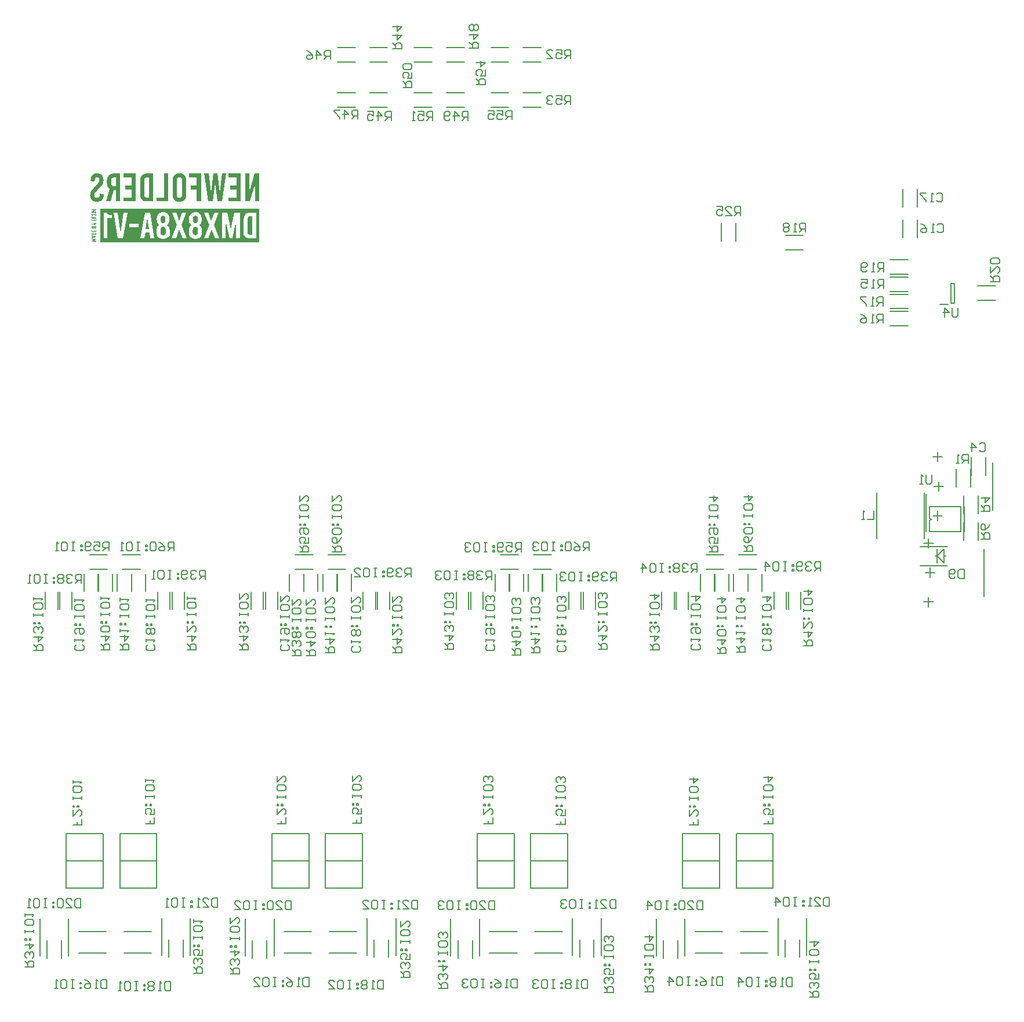
<source format=gbo>
G04*
G04 #@! TF.GenerationSoftware,Altium Limited,Altium Designer,20.1.14 (287)*
G04*
G04 Layer_Color=10275833*
%FSLAX44Y44*%
%MOMM*%
G71*
G04*
G04 #@! TF.SameCoordinates,66B91B26-6BD7-4DB9-BD5C-0B8DAFF097A8*
G04*
G04*
G04 #@! TF.FilePolarity,Positive*
G04*
G01*
G75*
%ADD11C,0.1500*%
%ADD12C,0.2000*%
G36*
X314394Y1329609D02*
X318839D01*
Y1328371D01*
X314348Y1326550D01*
X313421D01*
Y1328578D01*
X312000D01*
Y1329609D01*
X313421D01*
Y1330170D01*
X314394D01*
Y1329609D01*
D02*
G37*
G36*
X318839Y1325049D02*
X318724Y1324981D01*
X318633Y1324901D01*
X318541Y1324809D01*
X318461Y1324717D01*
X318404Y1324637D01*
X318358Y1324568D01*
X318335Y1324523D01*
X318323Y1324511D01*
X318255Y1324362D01*
X318197Y1324202D01*
X318152Y1324041D01*
X318129Y1323892D01*
X318106Y1323766D01*
X318094Y1323652D01*
X318083Y1323583D01*
Y1323560D01*
X317361D01*
Y1324740D01*
X312000D01*
Y1325771D01*
X318839D01*
Y1325049D01*
D02*
G37*
G36*
X314383Y1322976D02*
X314555Y1322953D01*
X314692Y1322919D01*
X314830Y1322861D01*
X314956Y1322804D01*
X315070Y1322735D01*
X315162Y1322667D01*
X315253Y1322587D01*
X315391Y1322438D01*
X315494Y1322312D01*
X315517Y1322254D01*
X315540Y1322220D01*
X315563Y1322197D01*
Y1322186D01*
X315643Y1322312D01*
X315723Y1322415D01*
X315803Y1322518D01*
X315895Y1322587D01*
X315964Y1322644D01*
X316021Y1322690D01*
X316067Y1322713D01*
X316078Y1322724D01*
X316204Y1322793D01*
X316342Y1322839D01*
X316479Y1322873D01*
X316594Y1322896D01*
X316708Y1322907D01*
X316788Y1322919D01*
X316846D01*
X316869D01*
X317315D01*
X317579Y1322896D01*
X317819Y1322850D01*
X318014Y1322781D01*
X318186Y1322713D01*
X318323Y1322632D01*
X318415Y1322564D01*
X318472Y1322518D01*
X318495Y1322495D01*
X318644Y1322323D01*
X318747Y1322128D01*
X318827Y1321934D01*
X318873Y1321750D01*
X318908Y1321579D01*
X318919Y1321441D01*
X318930Y1321384D01*
Y1321315D01*
X318908Y1321051D01*
X318862Y1320811D01*
X318793Y1320605D01*
X318713Y1320444D01*
X318633Y1320307D01*
X318564Y1320215D01*
X318518Y1320158D01*
X318495Y1320135D01*
X318323Y1319998D01*
X318129Y1319895D01*
X317934Y1319814D01*
X317739Y1319769D01*
X317579Y1319734D01*
X317441Y1319723D01*
X317384Y1319711D01*
X317350D01*
X317327D01*
X317315D01*
X317086D01*
Y1320708D01*
X317247D01*
X317373Y1320719D01*
X317476Y1320731D01*
X317579Y1320765D01*
X317659Y1320800D01*
X317728Y1320845D01*
X317785Y1320891D01*
X317865Y1321006D01*
X317922Y1321109D01*
X317945Y1321200D01*
X317957Y1321269D01*
Y1321292D01*
X317945Y1321395D01*
X317934Y1321487D01*
X317911Y1321555D01*
X317877Y1321613D01*
X317842Y1321670D01*
X317819Y1321705D01*
X317808Y1321716D01*
X317796Y1321727D01*
X317739Y1321773D01*
X317659Y1321819D01*
X317510Y1321853D01*
X317441Y1321865D01*
X317384Y1321876D01*
X317350D01*
X317338D01*
X316811D01*
X316662Y1321865D01*
X316548Y1321853D01*
X316445Y1321819D01*
X316364Y1321785D01*
X316296Y1321750D01*
X316250Y1321727D01*
X316227Y1321705D01*
X316216Y1321693D01*
X316158Y1321613D01*
X316112Y1321521D01*
X316078Y1321429D01*
X316055Y1321326D01*
X316044Y1321235D01*
X316032Y1321166D01*
Y1320754D01*
X315047D01*
Y1321166D01*
X315036Y1321315D01*
X315024Y1321429D01*
X314990Y1321533D01*
X314956Y1321624D01*
X314921Y1321682D01*
X314898Y1321727D01*
X314875Y1321750D01*
X314864Y1321762D01*
X314784Y1321819D01*
X314692Y1321865D01*
X314600Y1321899D01*
X314497Y1321922D01*
X314406Y1321934D01*
X314337Y1321945D01*
X314291D01*
X314268D01*
X313558D01*
X313443Y1321934D01*
X313340Y1321922D01*
X313249Y1321888D01*
X313180Y1321865D01*
X313123Y1321830D01*
X313077Y1321796D01*
X313054Y1321785D01*
X313043Y1321773D01*
X312985Y1321705D01*
X312939Y1321636D01*
X312916Y1321555D01*
X312894Y1321487D01*
X312882Y1321418D01*
X312871Y1321361D01*
Y1321315D01*
X312882Y1321200D01*
X312905Y1321109D01*
X312939Y1321017D01*
X312997Y1320948D01*
X313123Y1320834D01*
X313272Y1320754D01*
X313409Y1320708D01*
X313535Y1320685D01*
X313592Y1320674D01*
X313627D01*
X313650D01*
X313661D01*
X313879D01*
X313787Y1319677D01*
X313581D01*
X313306Y1319700D01*
X313054Y1319746D01*
X312848Y1319814D01*
X312664Y1319895D01*
X312527Y1319975D01*
X312424Y1320043D01*
X312367Y1320089D01*
X312344Y1320112D01*
X312195Y1320296D01*
X312092Y1320490D01*
X312012Y1320696D01*
X311966Y1320891D01*
X311931Y1321063D01*
X311920Y1321143D01*
Y1321212D01*
X311908Y1321258D01*
Y1321338D01*
X311931Y1321613D01*
X311977Y1321853D01*
X312046Y1322060D01*
X312126Y1322231D01*
X312206Y1322357D01*
X312275Y1322460D01*
X312321Y1322518D01*
X312344Y1322541D01*
X312527Y1322690D01*
X312722Y1322804D01*
X312928Y1322884D01*
X313134Y1322930D01*
X313306Y1322965D01*
X313386Y1322976D01*
X313455D01*
X313501Y1322988D01*
X313547D01*
X313569D01*
X313581D01*
X314211D01*
X314383Y1322976D01*
D02*
G37*
G36*
X312974Y1317317D02*
X318839D01*
Y1316286D01*
X312000D01*
Y1319173D01*
X312974D01*
Y1317317D01*
D02*
G37*
G36*
X318839Y1312471D02*
X312000D01*
Y1315415D01*
X312974D01*
Y1313502D01*
X314978D01*
Y1315026D01*
X315952D01*
Y1313502D01*
X317854D01*
Y1315415D01*
X318839D01*
Y1312471D01*
D02*
G37*
G36*
Y1308668D02*
X316227Y1307843D01*
X318839Y1307042D01*
Y1305942D01*
X314852Y1307328D01*
X312000D01*
Y1308359D01*
X314852D01*
X318839Y1309745D01*
Y1308668D01*
D02*
G37*
G36*
X314360Y1305369D02*
X314520Y1305346D01*
X314658Y1305312D01*
X314784Y1305277D01*
X314875Y1305243D01*
X314956Y1305209D01*
X315001Y1305186D01*
X315013Y1305174D01*
X315139Y1305094D01*
X315242Y1305002D01*
X315322Y1304899D01*
X315402Y1304808D01*
X315459Y1304728D01*
X315494Y1304659D01*
X315517Y1304613D01*
X315528Y1304590D01*
X315609Y1304716D01*
X315700Y1304819D01*
X315792Y1304911D01*
X315895Y1304991D01*
X316009Y1305060D01*
X316112Y1305117D01*
X316330Y1305197D01*
X316536Y1305255D01*
X316616Y1305266D01*
X316697Y1305277D01*
X316754Y1305289D01*
X316800D01*
X316834D01*
X316846D01*
X317201D01*
X317464Y1305266D01*
X317705Y1305220D01*
X317911Y1305151D01*
X318071Y1305071D01*
X318209Y1304980D01*
X318312Y1304911D01*
X318369Y1304865D01*
X318392Y1304842D01*
X318541Y1304670D01*
X318656Y1304476D01*
X318736Y1304281D01*
X318782Y1304086D01*
X318816Y1303926D01*
X318827Y1303788D01*
X318839Y1303731D01*
Y1302024D01*
X312000D01*
Y1303754D01*
X312023Y1304017D01*
X312069Y1304258D01*
X312138Y1304453D01*
X312218Y1304624D01*
X312298Y1304762D01*
X312367Y1304854D01*
X312412Y1304911D01*
X312435Y1304934D01*
X312619Y1305083D01*
X312813Y1305197D01*
X313008Y1305277D01*
X313203Y1305323D01*
X313363Y1305358D01*
X313501Y1305369D01*
X313558Y1305381D01*
X313592D01*
X313615D01*
X313627D01*
X314188D01*
X314360Y1305369D01*
D02*
G37*
G36*
X318839Y1296251D02*
X312000D01*
Y1299195D01*
X312974D01*
Y1297282D01*
X314978D01*
Y1298805D01*
X315952D01*
Y1297282D01*
X317854D01*
Y1299195D01*
X318839D01*
Y1296251D01*
D02*
G37*
G36*
X317464Y1295185D02*
X317705Y1295139D01*
X317911Y1295071D01*
X318071Y1294991D01*
X318209Y1294899D01*
X318312Y1294830D01*
X318369Y1294784D01*
X318392Y1294761D01*
X318541Y1294590D01*
X318656Y1294395D01*
X318736Y1294200D01*
X318782Y1294017D01*
X318816Y1293845D01*
X318827Y1293719D01*
X318839Y1293662D01*
Y1291966D01*
X312000D01*
Y1293593D01*
X312023Y1293856D01*
X312069Y1294086D01*
X312138Y1294280D01*
X312218Y1294452D01*
X312298Y1294590D01*
X312367Y1294681D01*
X312412Y1294738D01*
X312435Y1294761D01*
X312619Y1294910D01*
X312813Y1295025D01*
X313008Y1295105D01*
X313203Y1295151D01*
X313363Y1295185D01*
X313501Y1295197D01*
X313558Y1295208D01*
X313592D01*
X313615D01*
X313627D01*
X317201D01*
X317464Y1295185D01*
D02*
G37*
G36*
X318839Y1290030D02*
Y1288644D01*
X312000Y1287510D01*
Y1288541D01*
X313512Y1288770D01*
Y1289881D01*
X312000Y1290110D01*
Y1291164D01*
X318839Y1290030D01*
D02*
G37*
G36*
Y1285219D02*
X314463Y1284360D01*
X318839Y1283466D01*
Y1282000D01*
X312000D01*
Y1283020D01*
X316685D01*
X312000Y1283982D01*
Y1284704D01*
X316685Y1285677D01*
X312000D01*
Y1286708D01*
X318839D01*
Y1285219D01*
D02*
G37*
G36*
X557000Y1341000D02*
X550917D01*
Y1367110D01*
X542783Y1341000D01*
X536221D01*
Y1381806D01*
X542304D01*
Y1354397D01*
X550165Y1381806D01*
X557000D01*
Y1341000D01*
D02*
G37*
G36*
X502592D02*
X495826D01*
X492545Y1367862D01*
X489264Y1341000D01*
X482429Y1341000D01*
X476414Y1381806D01*
X482565D01*
X485914Y1354192D01*
X489332Y1381806D01*
X495620D01*
X498970Y1354192D01*
X502387Y1381806D01*
X508607D01*
X502592Y1341000D01*
D02*
G37*
G36*
X529454D02*
X511888D01*
Y1346810D01*
X523303D01*
Y1358771D01*
X514212D01*
Y1364581D01*
X523303D01*
Y1375928D01*
X511888D01*
Y1381806D01*
X529454D01*
Y1341000D01*
D02*
G37*
G36*
X471561Y1341000D02*
X465409D01*
Y1358156D01*
X456660D01*
Y1363966D01*
X465409D01*
Y1375928D01*
X454336D01*
Y1381806D01*
X471561D01*
Y1341000D01*
D02*
G37*
G36*
X423988D02*
X406764D01*
Y1346810D01*
X417837D01*
Y1381806D01*
X423988D01*
Y1341000D01*
D02*
G37*
G36*
X401979D02*
X392273D01*
X390701Y1341137D01*
X389334Y1341410D01*
X388172Y1341820D01*
X387147Y1342299D01*
X386327Y1342777D01*
X385780Y1343187D01*
X385438Y1343461D01*
X385301Y1343597D01*
X384413Y1344691D01*
X383729Y1345853D01*
X383251Y1347015D01*
X382977Y1348177D01*
X382772Y1349134D01*
X382704Y1349954D01*
X382636Y1350296D01*
Y1350501D01*
Y1350638D01*
Y1350706D01*
Y1372032D01*
X382772Y1373604D01*
X383046Y1375039D01*
X383456Y1376269D01*
X383934Y1377226D01*
X384481Y1378047D01*
X384891Y1378662D01*
X385165Y1379003D01*
X385301Y1379140D01*
X386327Y1380029D01*
X387489Y1380712D01*
X388651Y1381191D01*
X389744Y1381464D01*
X390769Y1381669D01*
X391521Y1381738D01*
X391863Y1381806D01*
X401979D01*
Y1341000D01*
D02*
G37*
G36*
X376416D02*
X358849D01*
Y1346810D01*
X370264D01*
Y1358771D01*
X361173D01*
Y1364581D01*
X370264D01*
Y1375928D01*
X358849D01*
Y1381806D01*
X376416D01*
Y1341000D01*
D02*
G37*
G36*
X353655D02*
X347503D01*
Y1357814D01*
X344290D01*
X339779Y1341000D01*
X333354Y1341000D01*
X338549Y1359182D01*
X337797Y1359660D01*
X337182Y1360207D01*
X336635Y1360822D01*
X336225Y1361369D01*
X335883Y1361847D01*
X335610Y1362257D01*
X335473Y1362531D01*
X335405Y1362599D01*
X335063Y1363419D01*
X334790Y1364308D01*
X334585Y1365128D01*
X334448Y1365880D01*
X334380Y1366563D01*
X334311Y1367042D01*
Y1367384D01*
Y1367520D01*
Y1372032D01*
X334448Y1373604D01*
X334721Y1375039D01*
X335131Y1376269D01*
X335610Y1377226D01*
X336157Y1378047D01*
X336567Y1378662D01*
X336840Y1379003D01*
X336977Y1379140D01*
X338002Y1380029D01*
X339164Y1380712D01*
X340326Y1381191D01*
X341420Y1381464D01*
X342445Y1381669D01*
X343197Y1381738D01*
X343539Y1381806D01*
X353655D01*
Y1341000D01*
D02*
G37*
G36*
X441759Y1382216D02*
X443195Y1381942D01*
X444425Y1381464D01*
X445451Y1380986D01*
X446271Y1380507D01*
X446886Y1380029D01*
X447228Y1379755D01*
X447364Y1379619D01*
X448253Y1378525D01*
X448936Y1377363D01*
X449415Y1376201D01*
X449757Y1375039D01*
X449962Y1374082D01*
X450030Y1373262D01*
X450098Y1372920D01*
Y1372715D01*
Y1372578D01*
Y1372510D01*
Y1350228D01*
X449962Y1348655D01*
X449688Y1347220D01*
X449210Y1346058D01*
X448731Y1345033D01*
X448253Y1344213D01*
X447775Y1343597D01*
X447501Y1343256D01*
X447364Y1343119D01*
X446271Y1342230D01*
X445109Y1341547D01*
X443878Y1341137D01*
X442716Y1340795D01*
X441759Y1340590D01*
X440939Y1340522D01*
X440598Y1340453D01*
X440187D01*
X438615Y1340590D01*
X437180Y1340863D01*
X435950Y1341273D01*
X434924Y1341820D01*
X434104Y1342299D01*
X433489Y1342709D01*
X433147Y1342982D01*
X433011Y1343119D01*
X432122Y1344213D01*
X431438Y1345374D01*
X430960Y1346537D01*
X430618Y1347699D01*
X430413Y1348655D01*
X430345Y1349476D01*
X430276Y1349817D01*
Y1350022D01*
Y1350159D01*
Y1350228D01*
Y1372510D01*
X430413Y1374082D01*
X430687Y1375517D01*
X431165Y1376748D01*
X431643Y1377705D01*
X432122Y1378525D01*
X432601Y1379140D01*
X432874Y1379482D01*
X433011Y1379619D01*
X434104Y1380507D01*
X435266Y1381191D01*
X436497Y1381669D01*
X437590Y1382011D01*
X438615Y1382216D01*
X439436Y1382284D01*
X439777Y1382353D01*
X440187D01*
X441759Y1382216D01*
D02*
G37*
G36*
X321529Y1382216D02*
X322896Y1381942D01*
X324058Y1381464D01*
X325015Y1380986D01*
X325836Y1380507D01*
X326382Y1380029D01*
X326724Y1379755D01*
X326861Y1379619D01*
X327681Y1378525D01*
X328296Y1377363D01*
X328706Y1376133D01*
X328980Y1374971D01*
X329185Y1373945D01*
X329253Y1373467D01*
Y1373057D01*
X329322Y1372783D01*
Y1372510D01*
Y1372373D01*
Y1372305D01*
X329253Y1371075D01*
X329048Y1369913D01*
X328775Y1368887D01*
X328501Y1367930D01*
X328228Y1367179D01*
X327954Y1366563D01*
X327749Y1366222D01*
X327681Y1366085D01*
X327339Y1365538D01*
X326929Y1364923D01*
X326041Y1363761D01*
X325015Y1362531D01*
X323922Y1361437D01*
X322965Y1360412D01*
X322213Y1359660D01*
X321871Y1359318D01*
X321666Y1359113D01*
X321529Y1358976D01*
X321461Y1358908D01*
X320299Y1357746D01*
X319342Y1356789D01*
X318590Y1355901D01*
X317975Y1355149D01*
X317497Y1354602D01*
X317155Y1354192D01*
X317018Y1353918D01*
X316950Y1353850D01*
X316540Y1353167D01*
X316266Y1352483D01*
X316061Y1351868D01*
X315925Y1351321D01*
X315856Y1350843D01*
X315788Y1350432D01*
Y1350159D01*
Y1350091D01*
X315856Y1349476D01*
X315925Y1348929D01*
X316130Y1348382D01*
X316335Y1347972D01*
X316540Y1347630D01*
X316677Y1347425D01*
X316813Y1347288D01*
X316882Y1347220D01*
X317292Y1346878D01*
X317770Y1346605D01*
X318249Y1346468D01*
X318727Y1346331D01*
X319137Y1346263D01*
X319479Y1346195D01*
X319752D01*
X320436Y1346263D01*
X320983Y1346400D01*
X321529Y1346605D01*
X321940Y1346878D01*
X322281Y1347083D01*
X322486Y1347288D01*
X322623Y1347425D01*
X322691Y1347493D01*
X323033Y1348040D01*
X323307Y1348587D01*
X323443Y1349202D01*
X323580Y1349749D01*
X323648Y1350227D01*
X323717Y1350638D01*
Y1350911D01*
Y1350979D01*
Y1352483D01*
X329663Y1351868D01*
Y1350432D01*
X329595Y1349339D01*
X329458Y1348382D01*
X329253Y1347493D01*
X329048Y1346741D01*
X328843Y1346126D01*
X328638Y1345648D01*
X328501Y1345374D01*
X328433Y1345238D01*
X327954Y1344418D01*
X327339Y1343734D01*
X326792Y1343119D01*
X326246Y1342640D01*
X325699Y1342230D01*
X325289Y1341957D01*
X325015Y1341752D01*
X324947Y1341684D01*
X324058Y1341273D01*
X323170Y1341000D01*
X322281Y1340727D01*
X321461Y1340590D01*
X320778Y1340522D01*
X320231Y1340453D01*
X319752D01*
X318659Y1340522D01*
X317702Y1340658D01*
X316813Y1340863D01*
X316061Y1341068D01*
X315446Y1341273D01*
X314968Y1341478D01*
X314626Y1341615D01*
X314558Y1341684D01*
X313737Y1342230D01*
X312985Y1342777D01*
X312439Y1343392D01*
X311892Y1343939D01*
X311482Y1344486D01*
X311208Y1344896D01*
X311072Y1345169D01*
X311003Y1345238D01*
X310593Y1346126D01*
X310320Y1347015D01*
X310046Y1347903D01*
X309910Y1348655D01*
X309841Y1349407D01*
X309773Y1349954D01*
Y1350296D01*
Y1350432D01*
X309841Y1351663D01*
X310046Y1352757D01*
X310320Y1353782D01*
X310593Y1354670D01*
X310867Y1355422D01*
X311140Y1355969D01*
X311345Y1356311D01*
X311413Y1356447D01*
X311755Y1356994D01*
X312165Y1357541D01*
X313054Y1358771D01*
X314079Y1360002D01*
X315104Y1361164D01*
X316130Y1362257D01*
X316540Y1362667D01*
X316882Y1363078D01*
X317223Y1363419D01*
X317428Y1363624D01*
X317565Y1363761D01*
X317633Y1363829D01*
X318795Y1364991D01*
X319752Y1366017D01*
X320504Y1366905D01*
X321119Y1367657D01*
X321598Y1368204D01*
X321940Y1368614D01*
X322076Y1368887D01*
X322145Y1368956D01*
X322555Y1369639D01*
X322828Y1370254D01*
X323033Y1370938D01*
X323170Y1371485D01*
X323238Y1371963D01*
X323307Y1372305D01*
Y1372578D01*
Y1372647D01*
X323238Y1373330D01*
X323170Y1373877D01*
X323033Y1374424D01*
X322828Y1374834D01*
X322691Y1375107D01*
X322555Y1375312D01*
X322486Y1375449D01*
X322418Y1375517D01*
X322076Y1375859D01*
X321666Y1376133D01*
X321256Y1376269D01*
X320846Y1376406D01*
X320436Y1376474D01*
X320162Y1376543D01*
X319889D01*
X319342Y1376474D01*
X318795Y1376338D01*
X318385Y1376133D01*
X318043Y1375928D01*
X317770Y1375723D01*
X317565Y1375517D01*
X317497Y1375381D01*
X317428Y1375312D01*
X317155Y1374834D01*
X316882Y1374219D01*
X316677Y1373057D01*
X316608Y1372578D01*
X316540Y1372168D01*
Y1371895D01*
Y1371758D01*
Y1370596D01*
X310593Y1371211D01*
Y1372305D01*
X310730Y1373945D01*
X311003Y1375381D01*
X311413Y1376611D01*
X311824Y1377705D01*
X312302Y1378525D01*
X312712Y1379140D01*
X312985Y1379482D01*
X313122Y1379619D01*
X314147Y1380507D01*
X315241Y1381191D01*
X316335Y1381669D01*
X317428Y1382011D01*
X318454Y1382216D01*
X319205Y1382284D01*
X319547Y1382353D01*
X319957D01*
X321529Y1382216D01*
D02*
G37*
G36*
X557000Y1330402D02*
Y1281492D01*
X324395D01*
Y1330402D01*
X557000D01*
D02*
G37*
%LPC*%
G36*
X317086Y1328578D02*
X314394D01*
Y1327524D01*
X317086Y1328578D01*
D02*
G37*
G36*
X317269Y1304246D02*
X317235D01*
X317224D01*
X316731D01*
X316605Y1304235D01*
X316490Y1304223D01*
X316399Y1304189D01*
X316319Y1304155D01*
X316261Y1304120D01*
X316216Y1304097D01*
X316193Y1304075D01*
X316181Y1304063D01*
X316124Y1303994D01*
X316078Y1303903D01*
X316044Y1303811D01*
X316021Y1303719D01*
X316009Y1303639D01*
X315998Y1303571D01*
Y1303055D01*
X317854D01*
Y1303616D01*
X317842Y1303719D01*
X317831Y1303811D01*
X317796Y1303891D01*
X317773Y1303960D01*
X317739Y1304006D01*
X317705Y1304040D01*
X317693Y1304063D01*
X317682Y1304075D01*
X317613Y1304132D01*
X317544Y1304178D01*
X317464Y1304201D01*
X317395Y1304223D01*
X317327Y1304235D01*
X317269Y1304246D01*
D02*
G37*
G36*
X314348Y1304338D02*
X314303D01*
X314291D01*
X313604D01*
X313501Y1304327D01*
X313409Y1304315D01*
X313329Y1304281D01*
X313260Y1304258D01*
X313203Y1304223D01*
X313169Y1304189D01*
X313146Y1304178D01*
X313134Y1304166D01*
X313077Y1304097D01*
X313043Y1304029D01*
X312997Y1303880D01*
X312985Y1303811D01*
X312974Y1303754D01*
Y1303055D01*
X315024D01*
Y1303605D01*
X315013Y1303742D01*
X315001Y1303846D01*
X314967Y1303949D01*
X314933Y1304017D01*
X314898Y1304086D01*
X314875Y1304120D01*
X314852Y1304143D01*
X314841Y1304155D01*
X314761Y1304212D01*
X314681Y1304258D01*
X314589Y1304292D01*
X314497Y1304315D01*
X314417Y1304327D01*
X314348Y1304338D01*
D02*
G37*
G36*
X317269Y1294177D02*
X317235D01*
X317224D01*
X313604D01*
X313501Y1294166D01*
X313409Y1294154D01*
X313329Y1294120D01*
X313260Y1294097D01*
X313203Y1294063D01*
X313169Y1294028D01*
X313146Y1294017D01*
X313134Y1294005D01*
X313077Y1293937D01*
X313043Y1293868D01*
X312997Y1293707D01*
X312985Y1293639D01*
X312974Y1293582D01*
Y1292997D01*
X317854D01*
Y1293536D01*
X317842Y1293650D01*
X317831Y1293742D01*
X317796Y1293822D01*
X317773Y1293891D01*
X317739Y1293937D01*
X317705Y1293971D01*
X317693Y1293994D01*
X317682Y1294005D01*
X317613Y1294063D01*
X317544Y1294108D01*
X317464Y1294131D01*
X317395Y1294154D01*
X317327Y1294166D01*
X317269Y1294177D01*
D02*
G37*
G36*
X314509Y1289744D02*
Y1288908D01*
X317373Y1289332D01*
X314509Y1289744D01*
D02*
G37*
G36*
X395827Y1375928D02*
X392615D01*
X391931Y1375859D01*
X391385Y1375791D01*
X390906Y1375586D01*
X390496Y1375449D01*
X390223Y1375244D01*
X390018Y1375039D01*
X389881Y1374971D01*
X389813Y1374902D01*
X389471Y1374492D01*
X389197Y1374082D01*
X389061Y1373604D01*
X388924Y1373194D01*
X388856Y1372783D01*
X388787Y1372442D01*
Y1372237D01*
Y1372168D01*
Y1350569D01*
X388856Y1349954D01*
X388924Y1349407D01*
X389129Y1348929D01*
X389266Y1348519D01*
X389471Y1348177D01*
X389676Y1347972D01*
X389744Y1347835D01*
X389813Y1347767D01*
X390223Y1347425D01*
X390633Y1347220D01*
X391590Y1346947D01*
X392000Y1346878D01*
X392341Y1346810D01*
X395827D01*
Y1375928D01*
D02*
G37*
G36*
X347503D02*
X344290D01*
X343607Y1375859D01*
X343060Y1375791D01*
X342582Y1375586D01*
X342172Y1375449D01*
X341898Y1375244D01*
X341693Y1375039D01*
X341556Y1374971D01*
X341488Y1374902D01*
X341146Y1374492D01*
X340873Y1374082D01*
X340736Y1373604D01*
X340600Y1373194D01*
X340531Y1372783D01*
X340463Y1372442D01*
Y1372237D01*
Y1372168D01*
Y1367452D01*
X340531Y1366768D01*
X340600Y1366222D01*
X340804Y1365743D01*
X340941Y1365333D01*
X341146Y1364991D01*
X341351Y1364786D01*
X341420Y1364650D01*
X341488Y1364581D01*
X341898Y1364240D01*
X342308Y1364034D01*
X343265Y1363761D01*
X343675Y1363693D01*
X344017Y1363624D01*
X347503D01*
Y1375928D01*
D02*
G37*
G36*
X440461Y1376543D02*
X440187D01*
X439572Y1376474D01*
X439025Y1376406D01*
X438547Y1376201D01*
X438137Y1375996D01*
X437864Y1375791D01*
X437659Y1375654D01*
X437522Y1375517D01*
X437453Y1375449D01*
X437112Y1375039D01*
X436838Y1374561D01*
X436702Y1374082D01*
X436565Y1373604D01*
X436497Y1373194D01*
X436428Y1372852D01*
Y1372578D01*
Y1372510D01*
Y1350228D01*
X436497Y1349544D01*
X436565Y1348929D01*
X436770Y1348450D01*
X436907Y1348040D01*
X437112Y1347699D01*
X437317Y1347425D01*
X437385Y1347288D01*
X437453Y1347220D01*
X437864Y1346878D01*
X438274Y1346605D01*
X438752Y1346468D01*
X439162Y1346331D01*
X439572Y1346263D01*
X439914Y1346195D01*
X440187D01*
X440803Y1346263D01*
X441349Y1346331D01*
X441828Y1346537D01*
X442170Y1346742D01*
X442511Y1346878D01*
X442716Y1347083D01*
X442853Y1347152D01*
X442921Y1347220D01*
X443263Y1347699D01*
X443468Y1348177D01*
X443742Y1349134D01*
X443810Y1349544D01*
X443878Y1349886D01*
Y1350159D01*
Y1350228D01*
Y1372510D01*
X443810Y1373194D01*
X443742Y1373809D01*
X443605Y1374287D01*
X443400Y1374697D01*
X443195Y1375039D01*
X443058Y1375244D01*
X442990Y1375381D01*
X442921Y1375449D01*
X442511Y1375791D01*
X442033Y1376064D01*
X441623Y1376269D01*
X441144Y1376406D01*
X440803Y1376474D01*
X440461Y1376543D01*
D02*
G37*
G36*
X380238Y1308708D02*
X367225D01*
Y1303123D01*
X380238D01*
Y1308708D01*
D02*
G37*
G36*
X472974Y1325402D02*
X453932D01*
Y1306741D01*
Y1325402D01*
X463009D01*
X462755Y1325339D01*
X462374D01*
X461930Y1325275D01*
X460977Y1325085D01*
X459898Y1324831D01*
X458819Y1324387D01*
X457677Y1323815D01*
X456725Y1322990D01*
X456598Y1322863D01*
X456344Y1322546D01*
X455963Y1322038D01*
X455519Y1321276D01*
X455074Y1320388D01*
X454693Y1319245D01*
X454440Y1317912D01*
X454313Y1316452D01*
Y1313977D01*
Y1313850D01*
Y1313532D01*
X454376Y1313088D01*
X454440Y1312453D01*
X454566Y1311755D01*
X454757Y1311057D01*
X455011Y1310295D01*
X455328Y1309534D01*
X455392Y1309470D01*
X455519Y1309216D01*
X455709Y1308899D01*
X456026Y1308518D01*
X456407Y1308010D01*
X456915Y1307566D01*
X457486Y1307121D01*
X458121Y1306677D01*
X458058Y1306614D01*
X457804Y1306487D01*
X457423Y1306296D01*
X456978Y1305979D01*
X456471Y1305535D01*
X455963Y1305090D01*
X455455Y1304519D01*
X455011Y1303821D01*
X454947Y1303757D01*
X454820Y1303503D01*
X454693Y1303059D01*
X454440Y1302551D01*
X454249Y1301853D01*
X454122Y1301091D01*
X453995Y1300203D01*
X453932Y1299251D01*
Y1299695D01*
Y1295315D01*
X453995Y1295061D01*
Y1294680D01*
X454059Y1294236D01*
X454249Y1293284D01*
X454503Y1292142D01*
X454947Y1290999D01*
X455582Y1289920D01*
X456407Y1288904D01*
X456534Y1288777D01*
X456852Y1288523D01*
X457423Y1288143D01*
X458185Y1287698D01*
X459200Y1287254D01*
X460406Y1286873D01*
X461866Y1286619D01*
X463453Y1286492D01*
X463897D01*
X464215Y1286556D01*
X464595D01*
X465040Y1286619D01*
X466055Y1286810D01*
X467198Y1287063D01*
X468340Y1287508D01*
X469483Y1288079D01*
X470499Y1288904D01*
X470626Y1289031D01*
X470880Y1289349D01*
X471260Y1289920D01*
X471705Y1290681D01*
X472212Y1291697D01*
X472593Y1292840D01*
X472847Y1294236D01*
X472974Y1295759D01*
Y1299695D01*
X472911Y1300203D01*
X472847Y1300838D01*
X472720Y1301536D01*
X472530Y1302297D01*
X472276Y1303059D01*
X471895Y1303821D01*
X471832Y1303884D01*
X471705Y1304138D01*
X471451Y1304456D01*
X471070Y1304900D01*
X470689Y1305344D01*
X470118Y1305852D01*
X469483Y1306296D01*
X468785Y1306677D01*
X468848Y1306741D01*
X469102Y1306868D01*
X469420Y1307121D01*
X469800Y1307439D01*
X470308Y1307820D01*
X470752Y1308327D01*
X471197Y1308899D01*
X471641Y1309534D01*
X471705Y1309597D01*
X471768Y1309851D01*
X471959Y1310295D01*
X472085Y1310803D01*
X472276Y1311438D01*
X472466Y1312199D01*
X472530Y1313088D01*
X472593Y1313977D01*
Y1316452D01*
Y1316516D01*
Y1316643D01*
Y1316833D01*
X472530Y1317151D01*
X472466Y1317912D01*
X472276Y1318864D01*
X472022Y1319880D01*
X471578Y1320959D01*
X471006Y1322038D01*
X470181Y1322990D01*
X470054Y1323117D01*
X469737Y1323371D01*
X469166Y1323752D01*
X468404Y1324196D01*
X467452Y1324641D01*
X466309Y1325021D01*
X464976Y1325275D01*
X463453Y1325402D01*
X472974D01*
D01*
D02*
G37*
G36*
X425812D02*
X406770D01*
X415847D01*
X415593Y1325339D01*
X415212D01*
X414768Y1325275D01*
X413816Y1325085D01*
X412737Y1324831D01*
X411658Y1324387D01*
X410515Y1323815D01*
X409563Y1322990D01*
X409436Y1322863D01*
X409182Y1322546D01*
X408801Y1322038D01*
X408357Y1321276D01*
X407913Y1320388D01*
X407532Y1319245D01*
X407278Y1317912D01*
X407151Y1316452D01*
Y1313977D01*
Y1313850D01*
Y1313532D01*
X407215Y1313088D01*
X407278Y1312453D01*
X407405Y1311755D01*
X407595Y1311057D01*
X407849Y1310295D01*
X408167Y1309534D01*
X408230Y1309470D01*
X408357Y1309216D01*
X408547Y1308899D01*
X408865Y1308518D01*
X409246Y1308010D01*
X409753Y1307566D01*
X410325Y1307121D01*
X410960Y1306677D01*
X410896Y1306614D01*
X410642Y1306487D01*
X410261Y1306296D01*
X409817Y1305979D01*
X409309Y1305535D01*
X408801Y1305090D01*
X408293Y1304519D01*
X407849Y1303821D01*
X407786Y1303757D01*
X407659Y1303503D01*
X407532Y1303059D01*
X407278Y1302551D01*
X407088Y1301853D01*
X406961Y1301091D01*
X406834Y1300203D01*
X406770Y1299251D01*
Y1299949D01*
Y1295315D01*
X406834Y1295061D01*
Y1294680D01*
X406897Y1294236D01*
X407088Y1293284D01*
X407341Y1292142D01*
X407786Y1290999D01*
X408420Y1289920D01*
X409246Y1288904D01*
X409373Y1288777D01*
X409690Y1288523D01*
X410261Y1288143D01*
X411023Y1287698D01*
X412038Y1287254D01*
X413245Y1286873D01*
X414705Y1286619D01*
X416291Y1286492D01*
X416736D01*
X417053Y1286556D01*
X417434D01*
X417878Y1286619D01*
X418894Y1286810D01*
X420036Y1287063D01*
X421179Y1287508D01*
X422321Y1288079D01*
X423337Y1288904D01*
X423464Y1289031D01*
X423718Y1289349D01*
X424099Y1289920D01*
X424543Y1290681D01*
X425051Y1291697D01*
X425432Y1292840D01*
X425686Y1294236D01*
X425812Y1295759D01*
Y1287000D01*
Y1299695D01*
X425749Y1300203D01*
X425686Y1300838D01*
X425559Y1301536D01*
X425368Y1302297D01*
X425114Y1303059D01*
X424733Y1303821D01*
X424670Y1303884D01*
X424543Y1304138D01*
X424289Y1304456D01*
X423908Y1304900D01*
X423527Y1305344D01*
X422956Y1305852D01*
X422321Y1306296D01*
X421623Y1306677D01*
X421687Y1306741D01*
X421941Y1306868D01*
X422258Y1307121D01*
X422639Y1307439D01*
X423147Y1307820D01*
X423591Y1308327D01*
X424035Y1308899D01*
X424479Y1309534D01*
X424543Y1309597D01*
X424607Y1309851D01*
X424797Y1310295D01*
X424924Y1310803D01*
X425114Y1311438D01*
X425305Y1312199D01*
X425368Y1313088D01*
X425432Y1313977D01*
Y1316452D01*
Y1316516D01*
Y1316643D01*
Y1316833D01*
X425368Y1317151D01*
X425305Y1317912D01*
X425114Y1318864D01*
X424860Y1319880D01*
X424416Y1320959D01*
X423845Y1322038D01*
X423020Y1322990D01*
X422893Y1323117D01*
X422575Y1323371D01*
X422004Y1323752D01*
X421242Y1324196D01*
X420290Y1324641D01*
X419148Y1325021D01*
X417815Y1325275D01*
X416291Y1325402D01*
X425812D01*
D01*
D02*
G37*
G36*
X364306Y1324894D02*
X353031D01*
X358466D01*
X354150Y1295061D01*
X349770Y1324894D01*
X344057D01*
X350341Y1287000D01*
X358022D01*
X364306Y1324894D01*
D02*
G37*
G36*
X552000Y1324894D02*
X534037D01*
X542606D01*
X542288Y1324831D01*
X541590Y1324767D01*
X540638Y1324577D01*
X539622Y1324323D01*
X538543Y1323879D01*
X537464Y1323244D01*
X536512Y1322419D01*
X536385Y1322292D01*
X536131Y1321974D01*
X535751Y1321403D01*
X535243Y1320642D01*
X534798Y1319753D01*
X534417Y1318610D01*
X534164Y1317277D01*
X534037Y1315818D01*
Y1287000D01*
Y1295633D01*
X534100Y1295315D01*
X534164Y1294554D01*
X534354Y1293665D01*
X534608Y1292586D01*
X535052Y1291507D01*
X535687Y1290428D01*
X536512Y1289412D01*
X536639Y1289285D01*
X536956Y1289031D01*
X537464Y1288650D01*
X538226Y1288206D01*
X539178Y1287762D01*
X540257Y1287381D01*
X541527Y1287127D01*
X542987Y1287000D01*
X552000D01*
Y1324894D01*
D02*
G37*
G36*
X528260D02*
X502173D01*
Y1287000D01*
X507885D01*
Y1312961D01*
X513280Y1287000D01*
X517279D01*
X522611Y1312961D01*
Y1287000D01*
X528260D01*
Y1324894D01*
D02*
G37*
G36*
X497856D02*
X476211Y1324894D01*
X476529D01*
X483638Y1306296D01*
X476211Y1287000D01*
X482432Y1287000D01*
X487256Y1300203D01*
X491890Y1287000D01*
X497856D01*
X490303Y1306550D01*
X497348Y1324894D01*
X497856D01*
D02*
G37*
G36*
X450695Y1324894D02*
X429050D01*
X429367D01*
X436476Y1306296D01*
X429050Y1287000D01*
X435270D01*
X440094Y1300203D01*
X444728Y1287000D01*
X450695D01*
X443141Y1306550D01*
X450187Y1324894D01*
X450695D01*
D02*
G37*
G36*
X403406D02*
X383158D01*
X389442D01*
X383158Y1287000D01*
X394432D01*
X388997D01*
X390267Y1295379D01*
X396424D01*
X397693Y1287000D01*
X403406D01*
X397122Y1324894D01*
X403406D01*
D02*
G37*
G36*
X341645D02*
X329395Y1324894D01*
Y1287000D01*
X335107Y1287000D01*
Y1316706D01*
X341645D01*
Y1320832D01*
Y1320705D01*
X341518D01*
X341137Y1320768D01*
X340503Y1320832D01*
X339804Y1320959D01*
X338979Y1321086D01*
X338091Y1321340D01*
X337202Y1321657D01*
X336377Y1322038D01*
X336313Y1322101D01*
X336059Y1322228D01*
X335679Y1322482D01*
X335234Y1322800D01*
X334726Y1323244D01*
X334219Y1323752D01*
X333774Y1324260D01*
X333394Y1324894D01*
X341645Y1324894D01*
D02*
G37*
G36*
X472974Y1295442D02*
Y1286492D01*
D01*
Y1295442D01*
D02*
G37*
%LPD*%
G36*
X464024Y1319943D02*
X464405Y1319880D01*
X465230Y1319626D01*
X465611Y1319435D01*
X465992Y1319118D01*
X466055Y1319055D01*
X466119Y1318991D01*
X466246Y1318737D01*
X466436Y1318483D01*
X466627Y1318166D01*
X466754Y1317722D01*
X466817Y1317214D01*
X466881Y1316579D01*
Y1313659D01*
Y1313596D01*
Y1313469D01*
Y1313279D01*
X466817Y1312961D01*
X466690Y1312326D01*
X466436Y1311501D01*
X466055Y1310739D01*
X465421Y1310041D01*
X465040Y1309724D01*
X464595Y1309534D01*
X464024Y1309407D01*
X463453Y1309343D01*
X463326D01*
X462945Y1309407D01*
X462374Y1309597D01*
X461739Y1309914D01*
X461104Y1310422D01*
X460787Y1310739D01*
X460533Y1311184D01*
X460343Y1311692D01*
X460152Y1312263D01*
X460089Y1312898D01*
X460025Y1313659D01*
Y1316579D01*
Y1316643D01*
Y1316833D01*
X460089Y1317151D01*
X460152Y1317531D01*
X460406Y1318356D01*
X460597Y1318801D01*
X460914Y1319118D01*
X460977Y1319182D01*
X461104Y1319245D01*
X461295Y1319372D01*
X461549Y1319563D01*
X461930Y1319753D01*
X462374Y1319880D01*
X462882Y1319943D01*
X463453Y1320007D01*
X463707D01*
X464024Y1319943D01*
D02*
G37*
G36*
X464088Y1303821D02*
X464532Y1303757D01*
X464976Y1303630D01*
X465484Y1303440D01*
X465928Y1303186D01*
X466309Y1302805D01*
X466373Y1302742D01*
X466436Y1302615D01*
X466627Y1302361D01*
X466754Y1302043D01*
X466944Y1301599D01*
X467135Y1301028D01*
X467198Y1300330D01*
X467261Y1299568D01*
Y1295633D01*
Y1295569D01*
Y1295442D01*
Y1295252D01*
X467198Y1295061D01*
X467071Y1294427D01*
X466754Y1293728D01*
X466309Y1293030D01*
X465992Y1292713D01*
X465675Y1292395D01*
X465230Y1292205D01*
X464722Y1292014D01*
X464151Y1291888D01*
X463453Y1291824D01*
X463072D01*
X462882Y1291888D01*
X462247Y1292014D01*
X461549Y1292332D01*
X460850Y1292776D01*
X460533Y1293094D01*
X460216Y1293411D01*
X460025Y1293855D01*
X459835Y1294363D01*
X459708Y1294934D01*
X459645Y1295633D01*
Y1299568D01*
Y1299695D01*
Y1299949D01*
X459708Y1300330D01*
X459771Y1300838D01*
X459898Y1301345D01*
X460025Y1301853D01*
X460279Y1302361D01*
X460597Y1302805D01*
X460660Y1302869D01*
X460787Y1302996D01*
X460977Y1303123D01*
X461295Y1303376D01*
X461739Y1303567D01*
X462183Y1303694D01*
X462755Y1303821D01*
X463453Y1303884D01*
X463770D01*
X464088Y1303821D01*
D02*
G37*
G36*
X416863Y1319943D02*
X417243Y1319880D01*
X418069Y1319626D01*
X418450Y1319435D01*
X418830Y1319118D01*
X418894Y1319055D01*
X418957Y1318991D01*
X419084Y1318737D01*
X419275Y1318483D01*
X419465Y1318166D01*
X419592Y1317722D01*
X419655Y1317214D01*
X419719Y1316579D01*
Y1313659D01*
Y1313596D01*
Y1313469D01*
Y1313279D01*
X419655Y1312961D01*
X419529Y1312326D01*
X419275Y1311501D01*
X418894Y1310739D01*
X418259Y1310041D01*
X417878Y1309724D01*
X417434Y1309534D01*
X416863Y1309407D01*
X416291Y1309343D01*
X416164D01*
X415784Y1309407D01*
X415212Y1309597D01*
X414577Y1309914D01*
X413943Y1310422D01*
X413625Y1310739D01*
X413372Y1311184D01*
X413181Y1311692D01*
X412991Y1312263D01*
X412927Y1312898D01*
X412864Y1313659D01*
Y1316579D01*
Y1316643D01*
Y1316833D01*
X412927Y1317151D01*
X412991Y1317531D01*
X413245Y1318356D01*
X413435Y1318801D01*
X413752Y1319118D01*
X413816Y1319182D01*
X413943Y1319245D01*
X414133Y1319372D01*
X414387Y1319563D01*
X414768Y1319753D01*
X415212Y1319880D01*
X415720Y1319943D01*
X416291Y1320007D01*
X416545D01*
X416863Y1319943D01*
D02*
G37*
G36*
X416926Y1303821D02*
X417370Y1303757D01*
X417815Y1303630D01*
X418322Y1303440D01*
X418767Y1303186D01*
X419148Y1302805D01*
X419211Y1302742D01*
X419275Y1302615D01*
X419465Y1302361D01*
X419592Y1302043D01*
X419782Y1301599D01*
X419973Y1301028D01*
X420036Y1300330D01*
X420100Y1299568D01*
Y1295633D01*
Y1295569D01*
Y1295442D01*
Y1295252D01*
X420036Y1295061D01*
X419909Y1294427D01*
X419592Y1293728D01*
X419148Y1293030D01*
X418830Y1292713D01*
X418513Y1292395D01*
X418069Y1292205D01*
X417561Y1292014D01*
X416990Y1291888D01*
X416291Y1291824D01*
X415910D01*
X415720Y1291888D01*
X415085Y1292014D01*
X414387Y1292332D01*
X413689Y1292776D01*
X413372Y1293094D01*
X413054Y1293411D01*
X412864Y1293855D01*
X412673Y1294363D01*
X412546Y1294934D01*
X412483Y1295633D01*
Y1299568D01*
Y1299695D01*
Y1299949D01*
X412546Y1300330D01*
X412610Y1300838D01*
X412737Y1301345D01*
X412864Y1301853D01*
X413118Y1302361D01*
X413435Y1302805D01*
X413498Y1302869D01*
X413625Y1302996D01*
X413816Y1303123D01*
X414133Y1303376D01*
X414577Y1303567D01*
X415022Y1303694D01*
X415593Y1303821D01*
X416291Y1303884D01*
X416609D01*
X416926Y1303821D01*
D02*
G37*
G36*
X546287Y1292395D02*
X543050D01*
X542733Y1292459D01*
X542352Y1292522D01*
X541463Y1292776D01*
X541082Y1292967D01*
X540701Y1293284D01*
X540638Y1293347D01*
X540575Y1293474D01*
X540384Y1293665D01*
X540194Y1293982D01*
X540067Y1294363D01*
X539876Y1294807D01*
X539813Y1295315D01*
X539749Y1295887D01*
Y1315945D01*
Y1316008D01*
Y1316198D01*
X539813Y1316516D01*
X539876Y1316897D01*
X540003Y1317277D01*
X540130Y1317722D01*
X540384Y1318103D01*
X540701Y1318483D01*
X540765Y1318547D01*
X540892Y1318610D01*
X541082Y1318801D01*
X541336Y1318991D01*
X541717Y1319118D01*
X542161Y1319309D01*
X542669Y1319372D01*
X543304Y1319436D01*
X546287D01*
Y1292395D01*
D02*
G37*
G36*
X515185Y1300647D02*
X510424Y1324894D01*
X520136D01*
X515185Y1300647D01*
D02*
G37*
G36*
X486685Y1312771D02*
X482432Y1324894D01*
X491191D01*
X486685Y1312771D01*
D02*
G37*
G36*
X439523Y1312771D02*
X435270Y1324894D01*
X444030D01*
X439523Y1312771D01*
D02*
G37*
G36*
X395662Y1300901D02*
X391028D01*
X393313Y1316770D01*
X395662Y1300901D01*
D02*
G37*
D11*
X1162500Y745000D02*
Y771000D01*
X1183500Y745000D02*
Y771000D01*
X862500Y745000D02*
Y771000D01*
X883500Y745000D02*
Y771000D01*
X562500Y745000D02*
Y771000D01*
X583500Y745000D02*
Y771000D01*
X262500Y745000D02*
Y771000D01*
X283500Y745000D02*
Y771000D01*
X1308500Y745000D02*
Y771000D01*
X1329500Y745000D02*
Y771000D01*
X1008500Y745000D02*
Y771000D01*
X1029500Y745000D02*
Y771000D01*
X708500Y745000D02*
Y771000D01*
X729500Y745000D02*
Y771000D01*
X408500Y745000D02*
Y771000D01*
X429500Y745000D02*
Y771000D01*
X1496500Y1333000D02*
Y1359000D01*
X1517500Y1333000D02*
Y1359000D01*
Y1288500D02*
Y1314500D01*
X1496500Y1288500D02*
Y1314500D01*
X1535350Y859000D02*
X1581350D01*
X1535350Y895000D02*
X1581350D01*
X1535350Y875460D02*
X1538430Y877000D01*
X1535350Y878540D02*
X1538430Y877000D01*
X1535350Y859000D02*
Y875460D01*
Y878540D02*
Y895000D01*
X1581350Y859000D02*
Y895000D01*
X1614757Y764338D02*
Y833655D01*
X1534000Y749000D02*
Y763000D01*
X1527000Y756000D02*
X1541000D01*
X1534000Y835000D02*
Y849000D01*
X1527000Y842000D02*
X1541000D01*
X1536000Y792000D02*
Y806000D01*
X1529000Y799000D02*
X1543000D01*
X1542000Y925000D02*
X1556000D01*
X1549000Y918000D02*
Y932000D01*
X1540000Y968000D02*
X1554000D01*
X1547000Y961000D02*
Y975000D01*
X1540000Y882000D02*
X1554000D01*
X1547000Y875000D02*
Y889000D01*
X1627757Y890338D02*
Y959655D01*
X1596500Y941000D02*
Y967000D01*
X1617500Y941000D02*
Y967000D01*
X1522000Y809000D02*
X1562000D01*
X1522000Y837000D02*
X1562000D01*
X1556500Y813000D02*
Y833000D01*
X1546500Y823000D02*
X1556500Y813000D01*
X1546500Y823000D02*
X1556500Y833000D01*
X1546500Y813000D02*
Y833000D01*
X1556500Y823000D02*
X1559000D01*
X1544000D02*
X1546500D01*
X1527500Y848500D02*
Y915500D01*
X1458500Y848500D02*
Y915500D01*
X1585500Y885000D02*
Y911000D01*
X1606500Y885000D02*
Y911000D01*
X1574500Y924000D02*
Y950000D01*
X1595500Y924000D02*
Y950000D01*
X1606500Y846000D02*
Y872000D01*
X1585500Y846000D02*
Y872000D01*
X275000Y378000D02*
X329000D01*
X275000Y338000D02*
Y418000D01*
X329000Y338000D02*
Y418000D01*
X275000Y338000D02*
X329000D01*
X275000Y418000D02*
X329000D01*
X575000Y378000D02*
X629000D01*
X575000Y338000D02*
Y418000D01*
X629000Y338000D02*
Y418000D01*
X575000Y338000D02*
X629000D01*
X575000Y418000D02*
X629000D01*
X875000D02*
X929000D01*
X875000Y338000D02*
X929000D01*
Y418000D01*
X875000Y338000D02*
Y418000D01*
Y378000D02*
X929000D01*
X1175000D02*
X1229000D01*
X1175000Y338000D02*
Y418000D01*
X1229000Y338000D02*
Y418000D01*
X1175000Y338000D02*
X1229000D01*
X1175000Y418000D02*
X1229000D01*
X353000Y378000D02*
X407000D01*
X353000Y338000D02*
Y418000D01*
X407000Y338000D02*
Y418000D01*
X353000Y338000D02*
X407000D01*
X353000Y418000D02*
X407000D01*
X653000Y378000D02*
X707000D01*
X653000Y338000D02*
Y418000D01*
X707000Y338000D02*
Y418000D01*
X653000Y338000D02*
X707000D01*
X653000Y418000D02*
X707000D01*
X953000D02*
X1007000D01*
X953000Y338000D02*
X1007000D01*
Y418000D01*
X953000Y338000D02*
Y418000D01*
Y378000D02*
X1007000D01*
X1253000D02*
X1307000D01*
X1253000Y338000D02*
Y418000D01*
X1307000Y338000D02*
Y418000D01*
X1253000Y338000D02*
X1307000D01*
X1253000Y418000D02*
X1307000D01*
X1478000Y1209500D02*
X1504000D01*
X1478000Y1230500D02*
X1504000D01*
X1478000Y1159500D02*
X1504000D01*
X1478000Y1180500D02*
X1504000D01*
X1478000Y1184500D02*
X1504000D01*
X1478000Y1205500D02*
X1504000D01*
X1325000Y1270500D02*
X1351000D01*
X1325000Y1291500D02*
X1351000D01*
X1478000Y1234500D02*
X1504000D01*
X1478000Y1255500D02*
X1504000D01*
X1606000Y1196500D02*
X1632000D01*
X1606000Y1217500D02*
X1632000D01*
X1231414Y1283400D02*
Y1309400D01*
X1252414Y1283400D02*
Y1309400D01*
X267751Y236000D02*
Y262000D01*
X246751Y236000D02*
Y262000D01*
X546751Y236000D02*
Y262000D01*
X567751Y236000D02*
Y262000D01*
X846751Y236000D02*
Y262000D01*
X867751Y236000D02*
Y262000D01*
X1146751Y236000D02*
Y262000D01*
X1167751Y236000D02*
Y262000D01*
X445500Y237000D02*
Y263000D01*
X424500Y237000D02*
Y263000D01*
X724500Y237000D02*
Y263000D01*
X745500Y237000D02*
Y263000D01*
X1024500Y237000D02*
Y263000D01*
X1045500Y237000D02*
Y263000D01*
X1324500Y237000D02*
Y263000D01*
X1345500Y237000D02*
Y263000D01*
X301001Y771401D02*
Y797401D01*
X322001Y771401D02*
Y797401D01*
X601001Y771401D02*
Y797401D01*
X622001Y771401D02*
Y797401D01*
X901001Y771401D02*
Y797401D01*
X922001Y771401D02*
Y797401D01*
X1201001Y771401D02*
Y797401D01*
X1222001Y771401D02*
Y797401D01*
X370001Y771401D02*
Y797401D01*
X391001Y771401D02*
Y797401D01*
X670001Y771401D02*
Y797401D01*
X691001Y771401D02*
Y797401D01*
X970001Y771401D02*
Y797401D01*
X991001Y771401D02*
Y797401D01*
X1270001Y771401D02*
Y797401D01*
X1291001Y771401D02*
Y797401D01*
X321500Y771401D02*
Y797401D01*
X342500Y771401D02*
Y797401D01*
X621500Y771401D02*
Y797401D01*
X642500Y771401D02*
Y797401D01*
X921500Y771401D02*
Y797401D01*
X942500Y771401D02*
Y797401D01*
X1221500Y771401D02*
Y797401D01*
X1242500Y771401D02*
Y797401D01*
X349500Y771401D02*
Y797401D01*
X370500Y771401D02*
Y797401D01*
X649500Y771401D02*
Y797401D01*
X670500Y771401D02*
Y797401D01*
X949500Y771401D02*
Y797401D01*
X970500Y771401D02*
Y797401D01*
X1249500Y771401D02*
Y797401D01*
X1270500Y771401D02*
Y797401D01*
X447500Y745000D02*
Y771000D01*
X426500Y745000D02*
Y771000D01*
X747500Y745000D02*
Y771000D01*
X726500Y745000D02*
Y771000D01*
X1047500Y745000D02*
Y771000D01*
X1026500Y745000D02*
Y771000D01*
X1347500Y745000D02*
Y771000D01*
X1326500Y745000D02*
Y771000D01*
X265500Y745000D02*
Y771000D01*
X244500Y745000D02*
Y771000D01*
X565500Y745000D02*
Y771000D01*
X544500Y745000D02*
Y771000D01*
X865500Y745000D02*
Y771000D01*
X844500Y745000D02*
Y771000D01*
X1165500Y745000D02*
Y771000D01*
X1144500Y745000D02*
Y771000D01*
X718000Y1565500D02*
X744000D01*
X718000Y1544500D02*
X744000D01*
X718000Y1499500D02*
X744000D01*
X718000Y1478500D02*
X744000D01*
X671000Y1544500D02*
X697000D01*
X671000Y1565500D02*
X697000D01*
X671000Y1478500D02*
X697000D01*
X671000Y1499500D02*
X697000D01*
X830000Y1565500D02*
X856000D01*
X830000Y1544500D02*
X856000D01*
X830000Y1499500D02*
X856000D01*
X830000Y1478500D02*
X856000D01*
X783000Y1544500D02*
X809000D01*
X783000Y1565500D02*
X809000D01*
X783000Y1478500D02*
X809000D01*
X783000Y1499500D02*
X809000D01*
X941800Y1565500D02*
X967800D01*
X941800Y1544500D02*
X967800D01*
X941800Y1499500D02*
X967800D01*
X941800Y1478500D02*
X967800D01*
X895000Y1544500D02*
X921000D01*
X895000Y1565500D02*
X921000D01*
X895000Y1478500D02*
X921000D01*
X895000Y1499500D02*
X921000D01*
X236251Y239000D02*
Y293000D01*
X278251Y239000D02*
Y293000D01*
X578251Y239000D02*
Y293000D01*
X536251Y239000D02*
Y293000D01*
X878251Y239000D02*
Y293000D01*
X836251Y239000D02*
Y293000D01*
X1178251Y239000D02*
Y293000D01*
X1136251Y239000D02*
Y293000D01*
X414000Y240000D02*
Y294000D01*
X456000Y240000D02*
Y294000D01*
X756000Y240000D02*
Y294000D01*
X714000Y240000D02*
Y294000D01*
X1056000Y240000D02*
Y294000D01*
X1014000Y240000D02*
Y294000D01*
X1356000Y240000D02*
Y294000D01*
X1314000Y240000D02*
Y294000D01*
X309000Y824901D02*
X335000D01*
X309000Y803901D02*
X335000D01*
X609000Y824901D02*
X635000D01*
X609000Y803901D02*
X635000D01*
X909000Y824901D02*
X935000D01*
X909000Y803901D02*
X935000D01*
X1209000Y824901D02*
X1235000D01*
X1209000Y803901D02*
X1235000D01*
X357000Y803901D02*
X383000D01*
X357000Y824901D02*
X383000D01*
X657000Y803901D02*
X683000D01*
X657000Y824901D02*
X683000D01*
X957000Y803901D02*
X983000D01*
X957000Y824901D02*
X983000D01*
X1257000Y803901D02*
X1283000D01*
X1257000Y824901D02*
X1283000D01*
X1264502Y829847D02*
X1277498D01*
Y836345D01*
X1275332Y838511D01*
X1271000D01*
X1268834Y836345D01*
Y829847D01*
Y834179D02*
X1264502Y838511D01*
X1277498Y851506D02*
X1275332Y847174D01*
X1271000Y842842D01*
X1266668D01*
X1264502Y845008D01*
Y849340D01*
X1266668Y851506D01*
X1268834D01*
X1271000Y849340D01*
Y842842D01*
X1275332Y855838D02*
X1277498Y858004D01*
Y862336D01*
X1275332Y864502D01*
X1266668D01*
X1264502Y862336D01*
Y858004D01*
X1266668Y855838D01*
X1275332D01*
X1273166Y868834D02*
Y871000D01*
X1271000D01*
Y868834D01*
X1273166D01*
X1266668D02*
Y871000D01*
X1264502D01*
Y868834D01*
X1266668D01*
X1277498Y879664D02*
Y883996D01*
Y881830D01*
X1264502D01*
Y879664D01*
Y883996D01*
X1277498Y896992D02*
Y892660D01*
X1275332Y890494D01*
X1266668D01*
X1264502Y892660D01*
Y896992D01*
X1266668Y899158D01*
X1275332D01*
X1277498Y896992D01*
X1264502Y909987D02*
X1277498D01*
X1271000Y903490D01*
Y912153D01*
X1038153Y830502D02*
Y843498D01*
X1031656D01*
X1029490Y841332D01*
Y837000D01*
X1031656Y834834D01*
X1038153D01*
X1033821D02*
X1029490Y830502D01*
X1016494Y843498D02*
X1020826Y841332D01*
X1025158Y837000D01*
Y832668D01*
X1022992Y830502D01*
X1018660D01*
X1016494Y832668D01*
Y834834D01*
X1018660Y837000D01*
X1025158D01*
X1012162Y841332D02*
X1009996Y843498D01*
X1005664D01*
X1003498Y841332D01*
Y832668D01*
X1005664Y830502D01*
X1009996D01*
X1012162Y832668D01*
Y841332D01*
X999166Y839166D02*
X997000D01*
Y837000D01*
X999166D01*
Y839166D01*
Y832668D02*
X997000D01*
Y830502D01*
X999166D01*
Y832668D01*
X988336Y843498D02*
X984004D01*
X986170D01*
Y830502D01*
X988336D01*
X984004D01*
X971008Y843498D02*
X975340D01*
X977506Y841332D01*
Y832668D01*
X975340Y830502D01*
X971008D01*
X968842Y832668D01*
Y841332D01*
X971008Y843498D01*
X964510Y841332D02*
X962345Y843498D01*
X958013D01*
X955847Y841332D01*
Y839166D01*
X958013Y837000D01*
X960179D01*
X958013D01*
X955847Y834834D01*
Y832668D01*
X958013Y830502D01*
X962345D01*
X964510Y832668D01*
X663502Y828847D02*
X676498D01*
Y835345D01*
X674332Y837511D01*
X670000D01*
X667834Y835345D01*
Y828847D01*
Y833179D02*
X663502Y837511D01*
X676498Y850506D02*
X674332Y846174D01*
X670000Y841842D01*
X665668D01*
X663502Y844008D01*
Y848340D01*
X665668Y850506D01*
X667834D01*
X670000Y848340D01*
Y841842D01*
X674332Y854838D02*
X676498Y857004D01*
Y861336D01*
X674332Y863502D01*
X665668D01*
X663502Y861336D01*
Y857004D01*
X665668Y854838D01*
X674332D01*
X672166Y867834D02*
Y870000D01*
X670000D01*
Y867834D01*
X672166D01*
X665668D02*
Y870000D01*
X663502D01*
Y867834D01*
X665668D01*
X676498Y878664D02*
Y882996D01*
Y880830D01*
X663502D01*
Y878664D01*
Y882996D01*
X676498Y895992D02*
Y891660D01*
X674332Y889494D01*
X665668D01*
X663502Y891660D01*
Y895992D01*
X665668Y898158D01*
X674332D01*
X676498Y895992D01*
X663502Y911153D02*
Y902489D01*
X672166Y911153D01*
X674332D01*
X676498Y908987D01*
Y904656D01*
X674332Y902489D01*
X431987Y830502D02*
Y843498D01*
X425490D01*
X423324Y841332D01*
Y837000D01*
X425490Y834834D01*
X431987D01*
X427655D02*
X423324Y830502D01*
X410328Y843498D02*
X414660Y841332D01*
X418992Y837000D01*
Y832668D01*
X416826Y830502D01*
X412494D01*
X410328Y832668D01*
Y834834D01*
X412494Y837000D01*
X418992D01*
X405996Y841332D02*
X403830Y843498D01*
X399498D01*
X397332Y841332D01*
Y832668D01*
X399498Y830502D01*
X403830D01*
X405996Y832668D01*
Y841332D01*
X393000Y839166D02*
X390834D01*
Y837000D01*
X393000D01*
Y839166D01*
Y832668D02*
X390834D01*
Y830502D01*
X393000D01*
Y832668D01*
X382170Y843498D02*
X377838D01*
X380004D01*
Y830502D01*
X382170D01*
X377838D01*
X364842Y843498D02*
X369174D01*
X371340Y841332D01*
Y832668D01*
X369174Y830502D01*
X364842D01*
X362677Y832668D01*
Y841332D01*
X364842Y843498D01*
X358344Y830502D02*
X354013D01*
X356179D01*
Y843498D01*
X358344Y841332D01*
X1213502Y828847D02*
X1226498D01*
Y835345D01*
X1224332Y837511D01*
X1220000D01*
X1217834Y835345D01*
Y828847D01*
Y833179D02*
X1213502Y837511D01*
X1226498Y850506D02*
Y841842D01*
X1220000D01*
X1222166Y846174D01*
Y848340D01*
X1220000Y850506D01*
X1215668D01*
X1213502Y848340D01*
Y844008D01*
X1215668Y841842D01*
Y854838D02*
X1213502Y857004D01*
Y861336D01*
X1215668Y863502D01*
X1224332D01*
X1226498Y861336D01*
Y857004D01*
X1224332Y854838D01*
X1222166D01*
X1220000Y857004D01*
Y863502D01*
X1222166Y867834D02*
Y870000D01*
X1220000D01*
Y867834D01*
X1222166D01*
X1215668D02*
Y870000D01*
X1213502D01*
Y867834D01*
X1215668D01*
X1226498Y878664D02*
Y882996D01*
Y880830D01*
X1213502D01*
Y878664D01*
Y882996D01*
X1226498Y895992D02*
Y891660D01*
X1224332Y889494D01*
X1215668D01*
X1213502Y891660D01*
Y895992D01*
X1215668Y898158D01*
X1224332D01*
X1226498Y895992D01*
X1213502Y908988D02*
X1226498D01*
X1220000Y902490D01*
Y911153D01*
X939153Y829502D02*
Y842498D01*
X932655D01*
X930490Y840332D01*
Y836000D01*
X932655Y833834D01*
X939153D01*
X934821D02*
X930490Y829502D01*
X917494Y842498D02*
X926158D01*
Y836000D01*
X921826Y838166D01*
X919660D01*
X917494Y836000D01*
Y831668D01*
X919660Y829502D01*
X923992D01*
X926158Y831668D01*
X913162D02*
X910996Y829502D01*
X906664D01*
X904498Y831668D01*
Y840332D01*
X906664Y842498D01*
X910996D01*
X913162Y840332D01*
Y838166D01*
X910996Y836000D01*
X904498D01*
X900166Y838166D02*
X898000D01*
Y836000D01*
X900166D01*
Y838166D01*
Y831668D02*
X898000D01*
Y829502D01*
X900166D01*
Y831668D01*
X889336Y842498D02*
X885004D01*
X887170D01*
Y829502D01*
X889336D01*
X885004D01*
X872008Y842498D02*
X876340D01*
X878506Y840332D01*
Y831668D01*
X876340Y829502D01*
X872008D01*
X869842Y831668D01*
Y840332D01*
X872008Y842498D01*
X865510Y840332D02*
X863344Y842498D01*
X859013D01*
X856847Y840332D01*
Y838166D01*
X859013Y836000D01*
X861179D01*
X859013D01*
X856847Y833834D01*
Y831668D01*
X859013Y829502D01*
X863344D01*
X865510Y831668D01*
X615502Y828847D02*
X628498D01*
Y835345D01*
X626332Y837511D01*
X622000D01*
X619834Y835345D01*
Y828847D01*
Y833179D02*
X615502Y837511D01*
X628498Y850506D02*
Y841842D01*
X622000D01*
X624166Y846174D01*
Y848340D01*
X622000Y850506D01*
X617668D01*
X615502Y848340D01*
Y844008D01*
X617668Y841842D01*
Y854838D02*
X615502Y857004D01*
Y861336D01*
X617668Y863502D01*
X626332D01*
X628498Y861336D01*
Y857004D01*
X626332Y854838D01*
X624166D01*
X622000Y857004D01*
Y863502D01*
X624166Y867834D02*
Y870000D01*
X622000D01*
Y867834D01*
X624166D01*
X617668D02*
Y870000D01*
X615502D01*
Y867834D01*
X617668D01*
X628498Y878664D02*
Y882996D01*
Y880830D01*
X615502D01*
Y878664D01*
Y882996D01*
X628498Y895992D02*
Y891660D01*
X626332Y889494D01*
X617668D01*
X615502Y891660D01*
Y895992D01*
X617668Y898158D01*
X626332D01*
X628498Y895992D01*
X615502Y911153D02*
Y902490D01*
X624166Y911153D01*
X626332D01*
X628498Y908988D01*
Y904656D01*
X626332Y902490D01*
X336987Y830502D02*
Y843498D01*
X330490D01*
X328324Y841332D01*
Y837000D01*
X330490Y834834D01*
X336987D01*
X332655D02*
X328324Y830502D01*
X315328Y843498D02*
X323992D01*
Y837000D01*
X319660Y839166D01*
X317494D01*
X315328Y837000D01*
Y832668D01*
X317494Y830502D01*
X321826D01*
X323992Y832668D01*
X310996D02*
X308830Y830502D01*
X304498D01*
X302332Y832668D01*
Y841332D01*
X304498Y843498D01*
X308830D01*
X310996Y841332D01*
Y839166D01*
X308830Y837000D01*
X302332D01*
X298000Y839166D02*
X295834D01*
Y837000D01*
X298000D01*
Y839166D01*
Y832668D02*
X295834D01*
Y830502D01*
X298000D01*
Y832668D01*
X287170Y843498D02*
X282838D01*
X285004D01*
Y830502D01*
X287170D01*
X282838D01*
X269842Y843498D02*
X274174D01*
X276340Y841332D01*
Y832668D01*
X274174Y830502D01*
X269842D01*
X267677Y832668D01*
Y841332D01*
X269842Y843498D01*
X263344Y830502D02*
X259013D01*
X261179D01*
Y843498D01*
X263344Y841332D01*
X1389070Y324498D02*
Y311502D01*
X1382572D01*
X1380406Y313668D01*
Y322332D01*
X1382572Y324498D01*
X1389070D01*
X1367411Y311502D02*
X1376075D01*
X1367411Y320166D01*
Y322332D01*
X1369577Y324498D01*
X1373909D01*
X1376075Y322332D01*
X1363079Y311502D02*
X1358747D01*
X1360913D01*
Y324498D01*
X1363079Y322332D01*
X1352249Y320166D02*
X1350083D01*
Y318000D01*
X1352249D01*
Y320166D01*
Y313668D02*
X1350083D01*
Y311502D01*
X1352249D01*
Y313668D01*
X1341419Y324498D02*
X1337087D01*
X1339253D01*
Y311502D01*
X1341419D01*
X1337087D01*
X1324091Y324498D02*
X1328423D01*
X1330589Y322332D01*
Y313668D01*
X1328423Y311502D01*
X1324091D01*
X1321925Y313668D01*
Y322332D01*
X1324091Y324498D01*
X1311096Y311502D02*
Y324498D01*
X1317594Y318000D01*
X1308930D01*
X1077070Y321498D02*
Y308502D01*
X1070573D01*
X1068407Y310668D01*
Y319332D01*
X1070573Y321498D01*
X1077070D01*
X1055411Y308502D02*
X1064075D01*
X1055411Y317166D01*
Y319332D01*
X1057577Y321498D01*
X1061909D01*
X1064075Y319332D01*
X1051079Y308502D02*
X1046747D01*
X1048913D01*
Y321498D01*
X1051079Y319332D01*
X1040249Y317166D02*
X1038083D01*
Y315000D01*
X1040249D01*
Y317166D01*
Y310668D02*
X1038083D01*
Y308502D01*
X1040249D01*
Y310668D01*
X1029419Y321498D02*
X1025087D01*
X1027253D01*
Y308502D01*
X1029419D01*
X1025087D01*
X1012091Y321498D02*
X1016423D01*
X1018589Y319332D01*
Y310668D01*
X1016423Y308502D01*
X1012091D01*
X1009925Y310668D01*
Y319332D01*
X1012091Y321498D01*
X1005593Y319332D02*
X1003428Y321498D01*
X999096D01*
X996930Y319332D01*
Y317166D01*
X999096Y315000D01*
X1001262D01*
X999096D01*
X996930Y312834D01*
Y310668D01*
X999096Y308502D01*
X1003428D01*
X1005593Y310668D01*
X788070Y320498D02*
Y307502D01*
X781572D01*
X779407Y309668D01*
Y318332D01*
X781572Y320498D01*
X788070D01*
X766411Y307502D02*
X775075D01*
X766411Y316166D01*
Y318332D01*
X768577Y320498D01*
X772909D01*
X775075Y318332D01*
X762079Y307502D02*
X757747D01*
X759913D01*
Y320498D01*
X762079Y318332D01*
X751249Y316166D02*
X749083D01*
Y314000D01*
X751249D01*
Y316166D01*
Y309668D02*
X749083D01*
Y307502D01*
X751249D01*
Y309668D01*
X740419Y320498D02*
X736087D01*
X738253D01*
Y307502D01*
X740419D01*
X736087D01*
X723091Y320498D02*
X727423D01*
X729589Y318332D01*
Y309668D01*
X727423Y307502D01*
X723091D01*
X720926Y309668D01*
Y318332D01*
X723091Y320498D01*
X707930Y307502D02*
X716593D01*
X707930Y316166D01*
Y318332D01*
X710096Y320498D01*
X714428D01*
X716593Y318332D01*
X495904Y323498D02*
Y310502D01*
X489407D01*
X487241Y312668D01*
Y321332D01*
X489407Y323498D01*
X495904D01*
X474245Y310502D02*
X482909D01*
X474245Y319166D01*
Y321332D01*
X476411Y323498D01*
X480743D01*
X482909Y321332D01*
X469913Y310502D02*
X465581D01*
X467747D01*
Y323498D01*
X469913Y321332D01*
X459083Y319166D02*
X456917D01*
Y317000D01*
X459083D01*
Y319166D01*
Y312668D02*
X456917D01*
Y310502D01*
X459083D01*
Y312668D01*
X448253Y323498D02*
X443921D01*
X446087D01*
Y310502D01*
X448253D01*
X443921D01*
X430925Y323498D02*
X435257D01*
X437423Y321332D01*
Y312668D01*
X435257Y310502D01*
X430925D01*
X428759Y312668D01*
Y321332D01*
X430925Y323498D01*
X424427Y310502D02*
X420096D01*
X422262D01*
Y323498D01*
X424427Y321332D01*
X1204153Y319498D02*
Y306502D01*
X1197655D01*
X1195490Y308668D01*
Y317332D01*
X1197655Y319498D01*
X1204153D01*
X1182494Y306502D02*
X1191158D01*
X1182494Y315166D01*
Y317332D01*
X1184660Y319498D01*
X1188992D01*
X1191158Y317332D01*
X1178162D02*
X1175996Y319498D01*
X1171664D01*
X1169498Y317332D01*
Y308668D01*
X1171664Y306502D01*
X1175996D01*
X1178162Y308668D01*
Y317332D01*
X1165166Y315166D02*
X1163000D01*
Y313000D01*
X1165166D01*
Y315166D01*
Y308668D02*
X1163000D01*
Y306502D01*
X1165166D01*
Y308668D01*
X1154336Y319498D02*
X1150004D01*
X1152170D01*
Y306502D01*
X1154336D01*
X1150004D01*
X1137008Y319498D02*
X1141340D01*
X1143506Y317332D01*
Y308668D01*
X1141340Y306502D01*
X1137008D01*
X1134842Y308668D01*
Y317332D01*
X1137008Y319498D01*
X1124013Y306502D02*
Y319498D01*
X1130510Y313000D01*
X1121847D01*
X900153Y319498D02*
Y306502D01*
X893655D01*
X891489Y308668D01*
Y317332D01*
X893655Y319498D01*
X900153D01*
X878494Y306502D02*
X887158D01*
X878494Y315166D01*
Y317332D01*
X880660Y319498D01*
X884992D01*
X887158Y317332D01*
X874162D02*
X871996Y319498D01*
X867664D01*
X865498Y317332D01*
Y308668D01*
X867664Y306502D01*
X871996D01*
X874162Y308668D01*
Y317332D01*
X861166Y315166D02*
X859000D01*
Y313000D01*
X861166D01*
Y315166D01*
Y308668D02*
X859000D01*
Y306502D01*
X861166D01*
Y308668D01*
X850336Y319498D02*
X846004D01*
X848170D01*
Y306502D01*
X850336D01*
X846004D01*
X833008Y319498D02*
X837340D01*
X839506Y317332D01*
Y308668D01*
X837340Y306502D01*
X833008D01*
X830842Y308668D01*
Y317332D01*
X833008Y319498D01*
X826510Y317332D02*
X824344Y319498D01*
X820013D01*
X817847Y317332D01*
Y315166D01*
X820013Y313000D01*
X822178D01*
X820013D01*
X817847Y310834D01*
Y308668D01*
X820013Y306502D01*
X824344D01*
X826510Y308668D01*
X603153Y319498D02*
Y306502D01*
X596656D01*
X594490Y308668D01*
Y317332D01*
X596656Y319498D01*
X603153D01*
X581494Y306502D02*
X590158D01*
X581494Y315166D01*
Y317332D01*
X583660Y319498D01*
X587992D01*
X590158Y317332D01*
X577162D02*
X574996Y319498D01*
X570664D01*
X568498Y317332D01*
Y308668D01*
X570664Y306502D01*
X574996D01*
X577162Y308668D01*
Y317332D01*
X564166Y315166D02*
X562000D01*
Y313000D01*
X564166D01*
Y315166D01*
Y308668D02*
X562000D01*
Y306502D01*
X564166D01*
Y308668D01*
X553336Y319498D02*
X549004D01*
X551170D01*
Y306502D01*
X553336D01*
X549004D01*
X536008Y319498D02*
X540340D01*
X542506Y317332D01*
Y308668D01*
X540340Y306502D01*
X536008D01*
X533842Y308668D01*
Y317332D01*
X536008Y319498D01*
X520847Y306502D02*
X529510D01*
X520847Y315166D01*
Y317332D01*
X523013Y319498D01*
X527345D01*
X529510Y317332D01*
X296238Y322498D02*
Y309502D01*
X289740D01*
X287574Y311668D01*
Y320332D01*
X289740Y322498D01*
X296238D01*
X274578Y309502D02*
X283242D01*
X274578Y318166D01*
Y320332D01*
X276744Y322498D01*
X281076D01*
X283242Y320332D01*
X270247D02*
X268081Y322498D01*
X263749D01*
X261583Y320332D01*
Y311668D01*
X263749Y309502D01*
X268081D01*
X270247Y311668D01*
Y320332D01*
X257251Y318166D02*
X255085D01*
Y316000D01*
X257251D01*
Y318166D01*
Y311668D02*
X255085D01*
Y309502D01*
X257251D01*
Y311668D01*
X246421Y322498D02*
X242089D01*
X244255D01*
Y309502D01*
X246421D01*
X242089D01*
X229093Y322498D02*
X233425D01*
X235591Y320332D01*
Y311668D01*
X233425Y309502D01*
X229093D01*
X226927Y311668D01*
Y320332D01*
X229093Y322498D01*
X222595Y309502D02*
X218263D01*
X220429D01*
Y322498D01*
X222595Y320332D01*
X925328Y1460502D02*
Y1473498D01*
X918830D01*
X916664Y1471332D01*
Y1467000D01*
X918830Y1464834D01*
X925328D01*
X920996D02*
X916664Y1460502D01*
X903668Y1473498D02*
X912332D01*
Y1467000D01*
X908000Y1469166D01*
X905834D01*
X903668Y1467000D01*
Y1462668D01*
X905834Y1460502D01*
X910166D01*
X912332Y1462668D01*
X890672Y1473498D02*
X899336D01*
Y1467000D01*
X895004Y1469166D01*
X892838D01*
X890672Y1467000D01*
Y1462668D01*
X892838Y1460502D01*
X897170D01*
X899336Y1462668D01*
X873502Y1511672D02*
X886498D01*
Y1518170D01*
X884332Y1520336D01*
X880000D01*
X877834Y1518170D01*
Y1511672D01*
Y1516004D02*
X873502Y1520336D01*
X886498Y1533332D02*
Y1524668D01*
X880000D01*
X882166Y1529000D01*
Y1531166D01*
X880000Y1533332D01*
X875668D01*
X873502Y1531166D01*
Y1526834D01*
X875668Y1524668D01*
X873502Y1544162D02*
X886498D01*
X880000Y1537664D01*
Y1546328D01*
X1011328Y1482502D02*
Y1495498D01*
X1004830D01*
X1002664Y1493332D01*
Y1489000D01*
X1004830Y1486834D01*
X1011328D01*
X1006996D02*
X1002664Y1482502D01*
X989668Y1495498D02*
X998332D01*
Y1489000D01*
X994000Y1491166D01*
X991834D01*
X989668Y1489000D01*
Y1484668D01*
X991834Y1482502D01*
X996166D01*
X998332Y1484668D01*
X985336Y1493332D02*
X983170Y1495498D01*
X978838D01*
X976672Y1493332D01*
Y1491166D01*
X978838Y1489000D01*
X981004D01*
X978838D01*
X976672Y1486834D01*
Y1484668D01*
X978838Y1482502D01*
X983170D01*
X985336Y1484668D01*
X1011328Y1549502D02*
Y1562498D01*
X1004830D01*
X1002664Y1560332D01*
Y1556000D01*
X1004830Y1553834D01*
X1011328D01*
X1006996D02*
X1002664Y1549502D01*
X989668Y1562498D02*
X998332D01*
Y1556000D01*
X994000Y1558166D01*
X991834D01*
X989668Y1556000D01*
Y1551668D01*
X991834Y1549502D01*
X996166D01*
X998332Y1551668D01*
X976672Y1549502D02*
X985336D01*
X976672Y1558166D01*
Y1560332D01*
X978838Y1562498D01*
X983170D01*
X985336Y1560332D01*
X810162Y1459502D02*
Y1472498D01*
X803664D01*
X801498Y1470332D01*
Y1466000D01*
X803664Y1463834D01*
X810162D01*
X805830D02*
X801498Y1459502D01*
X788502Y1472498D02*
X797166D01*
Y1466000D01*
X792834Y1468166D01*
X790668D01*
X788502Y1466000D01*
Y1461668D01*
X790668Y1459502D01*
X795000D01*
X797166Y1461668D01*
X784170Y1459502D02*
X779838D01*
X782004D01*
Y1472498D01*
X784170Y1470332D01*
X766502Y1507672D02*
X779498D01*
Y1514170D01*
X777332Y1516336D01*
X773000D01*
X770834Y1514170D01*
Y1507672D01*
Y1512004D02*
X766502Y1516336D01*
X779498Y1529332D02*
Y1520668D01*
X773000D01*
X775166Y1525000D01*
Y1527166D01*
X773000Y1529332D01*
X768668D01*
X766502Y1527166D01*
Y1522834D01*
X768668Y1520668D01*
X777332Y1533664D02*
X779498Y1535830D01*
Y1540162D01*
X777332Y1542328D01*
X768668D01*
X766502Y1540162D01*
Y1535830D01*
X768668Y1533664D01*
X777332D01*
X861328Y1459502D02*
Y1472498D01*
X854830D01*
X852664Y1470332D01*
Y1466000D01*
X854830Y1463834D01*
X861328D01*
X856996D02*
X852664Y1459502D01*
X841834D02*
Y1472498D01*
X848332Y1466000D01*
X839668D01*
X835336Y1461668D02*
X833170Y1459502D01*
X828838D01*
X826672Y1461668D01*
Y1470332D01*
X828838Y1472498D01*
X833170D01*
X835336Y1470332D01*
Y1468166D01*
X833170Y1466000D01*
X826672D01*
X863502Y1564672D02*
X876498D01*
Y1571170D01*
X874332Y1573336D01*
X870000D01*
X867834Y1571170D01*
Y1564672D01*
Y1569004D02*
X863502Y1573336D01*
Y1584166D02*
X876498D01*
X870000Y1577668D01*
Y1586332D01*
X874332Y1590664D02*
X876498Y1592830D01*
Y1597162D01*
X874332Y1599328D01*
X872166D01*
X870000Y1597162D01*
X867834Y1599328D01*
X865668D01*
X863502Y1597162D01*
Y1592830D01*
X865668Y1590664D01*
X867834D01*
X870000Y1592830D01*
X872166Y1590664D01*
X874332D01*
X870000Y1592830D02*
Y1597162D01*
X700328Y1461502D02*
Y1474498D01*
X693830D01*
X691664Y1472332D01*
Y1468000D01*
X693830Y1465834D01*
X700328D01*
X695996D02*
X691664Y1461502D01*
X680834D02*
Y1474498D01*
X687332Y1468000D01*
X678668D01*
X674336Y1474498D02*
X665672D01*
Y1472332D01*
X674336Y1463668D01*
Y1461502D01*
X660328Y1548502D02*
Y1561498D01*
X653830D01*
X651664Y1559332D01*
Y1555000D01*
X653830Y1552834D01*
X660328D01*
X655996D02*
X651664Y1548502D01*
X640834D02*
Y1561498D01*
X647332Y1555000D01*
X638668D01*
X625672Y1561498D02*
X630004Y1559332D01*
X634336Y1555000D01*
Y1550668D01*
X632170Y1548502D01*
X627838D01*
X625672Y1550668D01*
Y1552834D01*
X627838Y1555000D01*
X634336D01*
X749328Y1459502D02*
Y1472498D01*
X742830D01*
X740664Y1470332D01*
Y1466000D01*
X742830Y1463834D01*
X749328D01*
X744996D02*
X740664Y1459502D01*
X729834D02*
Y1472498D01*
X736332Y1466000D01*
X727668D01*
X714672Y1472498D02*
X723336D01*
Y1466000D01*
X719004Y1468166D01*
X716838D01*
X714672Y1466000D01*
Y1461668D01*
X716838Y1459502D01*
X721170D01*
X723336Y1461668D01*
X751502Y1563672D02*
X764498D01*
Y1570170D01*
X762332Y1572336D01*
X758000D01*
X755834Y1570170D01*
Y1563672D01*
Y1568004D02*
X751502Y1572336D01*
Y1583166D02*
X764498D01*
X758000Y1576668D01*
Y1585332D01*
X751502Y1596162D02*
X764498D01*
X758000Y1589664D01*
Y1598328D01*
X1127502Y685847D02*
X1140498D01*
Y692345D01*
X1138332Y694510D01*
X1134000D01*
X1131834Y692345D01*
Y685847D01*
Y690179D02*
X1127502Y694510D01*
Y705340D02*
X1140498D01*
X1134000Y698842D01*
Y707506D01*
X1138332Y711838D02*
X1140498Y714004D01*
Y718336D01*
X1138332Y720502D01*
X1136166D01*
X1134000Y718336D01*
Y716170D01*
Y718336D01*
X1131834Y720502D01*
X1129668D01*
X1127502Y718336D01*
Y714004D01*
X1129668Y711838D01*
X1136166Y724834D02*
Y727000D01*
X1134000D01*
Y724834D01*
X1136166D01*
X1129668D02*
Y727000D01*
X1127502D01*
Y724834D01*
X1129668D01*
X1140498Y735664D02*
Y739996D01*
Y737830D01*
X1127502D01*
Y735664D01*
Y739996D01*
X1140498Y752992D02*
Y748660D01*
X1138332Y746494D01*
X1129668D01*
X1127502Y748660D01*
Y752992D01*
X1129668Y755158D01*
X1138332D01*
X1140498Y752992D01*
X1127502Y765987D02*
X1140498D01*
X1134000Y759490D01*
Y768153D01*
X827502Y686847D02*
X840498D01*
Y693345D01*
X838332Y695510D01*
X834000D01*
X831834Y693345D01*
Y686847D01*
Y691179D02*
X827502Y695510D01*
Y706340D02*
X840498D01*
X834000Y699843D01*
Y708506D01*
X838332Y712838D02*
X840498Y715004D01*
Y719336D01*
X838332Y721502D01*
X836166D01*
X834000Y719336D01*
Y717170D01*
Y719336D01*
X831834Y721502D01*
X829668D01*
X827502Y719336D01*
Y715004D01*
X829668Y712838D01*
X836166Y725834D02*
Y728000D01*
X834000D01*
Y725834D01*
X836166D01*
X829668D02*
Y728000D01*
X827502D01*
Y725834D01*
X829668D01*
X840498Y736664D02*
Y740996D01*
Y738830D01*
X827502D01*
Y736664D01*
Y740996D01*
X840498Y753992D02*
Y749660D01*
X838332Y747494D01*
X829668D01*
X827502Y749660D01*
Y753992D01*
X829668Y756158D01*
X838332D01*
X840498Y753992D01*
X838332Y760490D02*
X840498Y762655D01*
Y766988D01*
X838332Y769153D01*
X836166D01*
X834000Y766988D01*
Y764821D01*
Y766988D01*
X831834Y769153D01*
X829668D01*
X827502Y766988D01*
Y762655D01*
X829668Y760490D01*
X527502Y685847D02*
X540498D01*
Y692345D01*
X538332Y694510D01*
X534000D01*
X531834Y692345D01*
Y685847D01*
Y690179D02*
X527502Y694510D01*
Y705340D02*
X540498D01*
X534000Y698842D01*
Y707506D01*
X538332Y711838D02*
X540498Y714004D01*
Y718336D01*
X538332Y720502D01*
X536166D01*
X534000Y718336D01*
Y716170D01*
Y718336D01*
X531834Y720502D01*
X529668D01*
X527502Y718336D01*
Y714004D01*
X529668Y711838D01*
X536166Y724834D02*
Y727000D01*
X534000D01*
Y724834D01*
X536166D01*
X529668D02*
Y727000D01*
X527502D01*
Y724834D01*
X529668D01*
X540498Y735664D02*
Y739996D01*
Y737830D01*
X527502D01*
Y735664D01*
Y739996D01*
X540498Y752992D02*
Y748660D01*
X538332Y746494D01*
X529668D01*
X527502Y748660D01*
Y752992D01*
X529668Y755158D01*
X538332D01*
X540498Y752992D01*
X527502Y768153D02*
Y759490D01*
X536166Y768153D01*
X538332D01*
X540498Y765987D01*
Y761656D01*
X538332Y759490D01*
X227502Y685013D02*
X240498D01*
Y691510D01*
X238332Y693677D01*
X234000D01*
X231834Y691510D01*
Y685013D01*
Y689345D02*
X227502Y693677D01*
Y704506D02*
X240498D01*
X234000Y698008D01*
Y706672D01*
X238332Y711004D02*
X240498Y713170D01*
Y717502D01*
X238332Y719668D01*
X236166D01*
X234000Y717502D01*
Y715336D01*
Y717502D01*
X231834Y719668D01*
X229668D01*
X227502Y717502D01*
Y713170D01*
X229668Y711004D01*
X236166Y724000D02*
Y726166D01*
X234000D01*
Y724000D01*
X236166D01*
X229668D02*
Y726166D01*
X227502D01*
Y724000D01*
X229668D01*
X240498Y734830D02*
Y739162D01*
Y736996D01*
X227502D01*
Y734830D01*
Y739162D01*
X240498Y752158D02*
Y747826D01*
X238332Y745660D01*
X229668D01*
X227502Y747826D01*
Y752158D01*
X229668Y754324D01*
X238332D01*
X240498Y752158D01*
X227502Y758655D02*
Y762988D01*
Y760822D01*
X240498D01*
X238332Y758655D01*
X1351502Y691847D02*
X1364498D01*
Y698345D01*
X1362332Y700510D01*
X1358000D01*
X1355834Y698345D01*
Y691847D01*
Y696179D02*
X1351502Y700510D01*
Y711340D02*
X1364498D01*
X1358000Y704843D01*
Y713506D01*
X1351502Y726502D02*
Y717838D01*
X1360166Y726502D01*
X1362332D01*
X1364498Y724336D01*
Y720004D01*
X1362332Y717838D01*
X1360166Y730834D02*
Y733000D01*
X1358000D01*
Y730834D01*
X1360166D01*
X1353668D02*
Y733000D01*
X1351502D01*
Y730834D01*
X1353668D01*
X1364498Y741664D02*
Y745996D01*
Y743830D01*
X1351502D01*
Y741664D01*
Y745996D01*
X1364498Y758992D02*
Y754660D01*
X1362332Y752494D01*
X1353668D01*
X1351502Y754660D01*
Y758992D01*
X1353668Y761158D01*
X1362332D01*
X1364498Y758992D01*
X1351502Y771987D02*
X1364498D01*
X1358000Y765490D01*
Y774153D01*
X1051502Y686847D02*
X1064498D01*
Y693345D01*
X1062332Y695510D01*
X1058000D01*
X1055834Y693345D01*
Y686847D01*
Y691179D02*
X1051502Y695510D01*
Y706340D02*
X1064498D01*
X1058000Y699843D01*
Y708506D01*
X1051502Y721502D02*
Y712838D01*
X1060166Y721502D01*
X1062332D01*
X1064498Y719336D01*
Y715004D01*
X1062332Y712838D01*
X1060166Y725834D02*
Y728000D01*
X1058000D01*
Y725834D01*
X1060166D01*
X1053668D02*
Y728000D01*
X1051502D01*
Y725834D01*
X1053668D01*
X1064498Y736664D02*
Y740996D01*
Y738830D01*
X1051502D01*
Y736664D01*
Y740996D01*
X1064498Y753992D02*
Y749660D01*
X1062332Y747494D01*
X1053668D01*
X1051502Y749660D01*
Y753992D01*
X1053668Y756158D01*
X1062332D01*
X1064498Y753992D01*
X1062332Y760490D02*
X1064498Y762655D01*
Y766988D01*
X1062332Y769153D01*
X1060166D01*
X1058000Y766988D01*
Y764821D01*
Y766988D01*
X1055834Y769153D01*
X1053668D01*
X1051502Y766988D01*
Y762655D01*
X1053668Y760490D01*
X751502Y681847D02*
X764498D01*
Y688345D01*
X762332Y690510D01*
X758000D01*
X755834Y688345D01*
Y681847D01*
Y686179D02*
X751502Y690510D01*
Y701340D02*
X764498D01*
X758000Y694843D01*
Y703506D01*
X751502Y716502D02*
Y707838D01*
X760166Y716502D01*
X762332D01*
X764498Y714336D01*
Y710004D01*
X762332Y707838D01*
X760166Y720834D02*
Y723000D01*
X758000D01*
Y720834D01*
X760166D01*
X753668D02*
Y723000D01*
X751502D01*
Y720834D01*
X753668D01*
X764498Y731664D02*
Y735996D01*
Y733830D01*
X751502D01*
Y731664D01*
Y735996D01*
X764498Y748992D02*
Y744660D01*
X762332Y742494D01*
X753668D01*
X751502Y744660D01*
Y748992D01*
X753668Y751158D01*
X762332D01*
X764498Y748992D01*
X751502Y764153D02*
Y755490D01*
X760166Y764153D01*
X762332D01*
X764498Y761988D01*
Y757655D01*
X762332Y755490D01*
X451502Y686013D02*
X464498D01*
Y692511D01*
X462332Y694677D01*
X458000D01*
X455834Y692511D01*
Y686013D01*
Y690345D02*
X451502Y694677D01*
Y705506D02*
X464498D01*
X458000Y699008D01*
Y707672D01*
X451502Y720668D02*
Y712004D01*
X460166Y720668D01*
X462332D01*
X464498Y718502D01*
Y714170D01*
X462332Y712004D01*
X460166Y725000D02*
Y727166D01*
X458000D01*
Y725000D01*
X460166D01*
X453668D02*
Y727166D01*
X451502D01*
Y725000D01*
X453668D01*
X464498Y735830D02*
Y740162D01*
Y737996D01*
X451502D01*
Y735830D01*
Y740162D01*
X464498Y753158D02*
Y748826D01*
X462332Y746660D01*
X453668D01*
X451502Y748826D01*
Y753158D01*
X453668Y755324D01*
X462332D01*
X464498Y753158D01*
X451502Y759656D02*
Y763988D01*
Y761822D01*
X464498D01*
X462332Y759656D01*
X1253502Y682930D02*
X1266498D01*
Y689427D01*
X1264332Y691593D01*
X1260000D01*
X1257834Y689427D01*
Y682930D01*
Y687262D02*
X1253502Y691593D01*
Y702423D02*
X1266498D01*
X1260000Y695925D01*
Y704589D01*
X1253502Y708921D02*
Y713253D01*
Y711087D01*
X1266498D01*
X1264332Y708921D01*
X1262166Y719751D02*
Y721917D01*
X1260000D01*
Y719751D01*
X1262166D01*
X1255668D02*
Y721917D01*
X1253502D01*
Y719751D01*
X1255668D01*
X1266498Y730581D02*
Y734913D01*
Y732747D01*
X1253502D01*
Y730581D01*
Y734913D01*
X1266498Y747909D02*
Y743577D01*
X1264332Y741411D01*
X1255668D01*
X1253502Y743577D01*
Y747909D01*
X1255668Y750075D01*
X1264332D01*
X1266498Y747909D01*
X1253502Y760904D02*
X1266498D01*
X1260000Y754407D01*
Y763070D01*
X953502Y681930D02*
X966498D01*
Y688428D01*
X964332Y690593D01*
X960000D01*
X957834Y688428D01*
Y681930D01*
Y686262D02*
X953502Y690593D01*
Y701423D02*
X966498D01*
X960000Y694925D01*
Y703589D01*
X953502Y707921D02*
Y712253D01*
Y710087D01*
X966498D01*
X964332Y707921D01*
X962166Y718751D02*
Y720917D01*
X960000D01*
Y718751D01*
X962166D01*
X955668D02*
Y720917D01*
X953502D01*
Y718751D01*
X955668D01*
X966498Y729581D02*
Y733913D01*
Y731747D01*
X953502D01*
Y729581D01*
Y733913D01*
X966498Y746909D02*
Y742577D01*
X964332Y740411D01*
X955668D01*
X953502Y742577D01*
Y746909D01*
X955668Y749075D01*
X964332D01*
X966498Y746909D01*
X964332Y753407D02*
X966498Y755573D01*
Y759904D01*
X964332Y762070D01*
X962166D01*
X960000Y759904D01*
Y757738D01*
Y759904D01*
X957834Y762070D01*
X955668D01*
X953502Y759904D01*
Y755573D01*
X955668Y753407D01*
X653502Y681930D02*
X666498D01*
Y688428D01*
X664332Y690593D01*
X660000D01*
X657834Y688428D01*
Y681930D01*
Y686262D02*
X653502Y690593D01*
Y701423D02*
X666498D01*
X660000Y694926D01*
Y703589D01*
X653502Y707921D02*
Y712253D01*
Y710087D01*
X666498D01*
X664332Y707921D01*
X662166Y718751D02*
Y720917D01*
X660000D01*
Y718751D01*
X662166D01*
X655668D02*
Y720917D01*
X653502D01*
Y718751D01*
X655668D01*
X666498Y729581D02*
Y733913D01*
Y731747D01*
X653502D01*
Y729581D01*
Y733913D01*
X666498Y746909D02*
Y742577D01*
X664332Y740411D01*
X655668D01*
X653502Y742577D01*
Y746909D01*
X655668Y749075D01*
X664332D01*
X666498Y746909D01*
X653502Y762070D02*
Y753407D01*
X662166Y762070D01*
X664332D01*
X666498Y759904D01*
Y755573D01*
X664332Y753407D01*
X353502Y686096D02*
X366498D01*
Y692594D01*
X364332Y694760D01*
X360000D01*
X357834Y692594D01*
Y686096D01*
Y690427D02*
X353502Y694760D01*
Y705589D02*
X366498D01*
X360000Y699091D01*
Y707755D01*
X353502Y712087D02*
Y716419D01*
Y714253D01*
X366498D01*
X364332Y712087D01*
X362166Y722917D02*
Y725083D01*
X360000D01*
Y722917D01*
X362166D01*
X355668D02*
Y725083D01*
X353502D01*
Y722917D01*
X355668D01*
X366498Y733747D02*
Y738079D01*
Y735913D01*
X353502D01*
Y733747D01*
Y738079D01*
X366498Y751075D02*
Y746743D01*
X364332Y744577D01*
X355668D01*
X353502Y746743D01*
Y751075D01*
X355668Y753241D01*
X364332D01*
X366498Y751075D01*
X353502Y757572D02*
Y761904D01*
Y759738D01*
X366498D01*
X364332Y757572D01*
X1225502Y680847D02*
X1238498D01*
Y687345D01*
X1236332Y689510D01*
X1232000D01*
X1229834Y687345D01*
Y680847D01*
Y685179D02*
X1225502Y689510D01*
Y700340D02*
X1238498D01*
X1232000Y693842D01*
Y702506D01*
X1236332Y706838D02*
X1238498Y709004D01*
Y713336D01*
X1236332Y715502D01*
X1227668D01*
X1225502Y713336D01*
Y709004D01*
X1227668Y706838D01*
X1236332D01*
X1234166Y719834D02*
Y722000D01*
X1232000D01*
Y719834D01*
X1234166D01*
X1227668D02*
Y722000D01*
X1225502D01*
Y719834D01*
X1227668D01*
X1238498Y730664D02*
Y734996D01*
Y732830D01*
X1225502D01*
Y730664D01*
Y734996D01*
X1238498Y747992D02*
Y743660D01*
X1236332Y741494D01*
X1227668D01*
X1225502Y743660D01*
Y747992D01*
X1227668Y750158D01*
X1236332D01*
X1238498Y747992D01*
X1225502Y760987D02*
X1238498D01*
X1232000Y754490D01*
Y763153D01*
X925502Y678846D02*
X938498D01*
Y685344D01*
X936332Y687510D01*
X932000D01*
X929834Y685344D01*
Y678846D01*
Y683178D02*
X925502Y687510D01*
Y698340D02*
X938498D01*
X932000Y691842D01*
Y700506D01*
X936332Y704838D02*
X938498Y707004D01*
Y711336D01*
X936332Y713502D01*
X927668D01*
X925502Y711336D01*
Y707004D01*
X927668Y704838D01*
X936332D01*
X934166Y717834D02*
Y720000D01*
X932000D01*
Y717834D01*
X934166D01*
X927668D02*
Y720000D01*
X925502D01*
Y717834D01*
X927668D01*
X938498Y728664D02*
Y732996D01*
Y730830D01*
X925502D01*
Y728664D01*
Y732996D01*
X938498Y745991D02*
Y741659D01*
X936332Y739493D01*
X927668D01*
X925502Y741659D01*
Y745991D01*
X927668Y748157D01*
X936332D01*
X938498Y745991D01*
X936332Y752489D02*
X938498Y754655D01*
Y758987D01*
X936332Y761153D01*
X934166D01*
X932000Y758987D01*
Y756821D01*
Y758987D01*
X929834Y761153D01*
X927668D01*
X925502Y758987D01*
Y754655D01*
X927668Y752489D01*
X625502Y677847D02*
X638498D01*
Y684345D01*
X636332Y686510D01*
X632000D01*
X629834Y684345D01*
Y677847D01*
Y682179D02*
X625502Y686510D01*
Y697340D02*
X638498D01*
X632000Y690843D01*
Y699506D01*
X636332Y703838D02*
X638498Y706004D01*
Y710336D01*
X636332Y712502D01*
X627668D01*
X625502Y710336D01*
Y706004D01*
X627668Y703838D01*
X636332D01*
X634166Y716834D02*
Y719000D01*
X632000D01*
Y716834D01*
X634166D01*
X627668D02*
Y719000D01*
X625502D01*
Y716834D01*
X627668D01*
X638498Y727664D02*
Y731996D01*
Y729830D01*
X625502D01*
Y727664D01*
Y731996D01*
X638498Y744992D02*
Y740660D01*
X636332Y738494D01*
X627668D01*
X625502Y740660D01*
Y744992D01*
X627668Y747158D01*
X636332D01*
X638498Y744992D01*
X625502Y760153D02*
Y751489D01*
X634166Y760153D01*
X636332D01*
X638498Y757987D01*
Y753655D01*
X636332Y751489D01*
X325502Y686013D02*
X338498D01*
Y692511D01*
X336332Y694677D01*
X332000D01*
X329834Y692511D01*
Y686013D01*
Y690345D02*
X325502Y694677D01*
Y705506D02*
X338498D01*
X332000Y699008D01*
Y707672D01*
X336332Y712004D02*
X338498Y714170D01*
Y718502D01*
X336332Y720668D01*
X327668D01*
X325502Y718502D01*
Y714170D01*
X327668Y712004D01*
X336332D01*
X334166Y725000D02*
Y727166D01*
X332000D01*
Y725000D01*
X334166D01*
X327668D02*
Y727166D01*
X325502D01*
Y725000D01*
X327668D01*
X338498Y735830D02*
Y740162D01*
Y737996D01*
X325502D01*
Y735830D01*
Y740162D01*
X338498Y753158D02*
Y748826D01*
X336332Y746660D01*
X327668D01*
X325502Y748826D01*
Y753158D01*
X327668Y755324D01*
X336332D01*
X338498Y753158D01*
X325502Y759656D02*
Y763987D01*
Y761822D01*
X338498D01*
X336332Y759656D01*
X1376153Y801502D02*
Y814498D01*
X1369655D01*
X1367489Y812332D01*
Y808000D01*
X1369655Y805834D01*
X1376153D01*
X1371821D02*
X1367489Y801502D01*
X1363158Y812332D02*
X1360992Y814498D01*
X1356660D01*
X1354494Y812332D01*
Y810166D01*
X1356660Y808000D01*
X1358826D01*
X1356660D01*
X1354494Y805834D01*
Y803668D01*
X1356660Y801502D01*
X1360992D01*
X1363158Y803668D01*
X1350162D02*
X1347996Y801502D01*
X1343664D01*
X1341498Y803668D01*
Y812332D01*
X1343664Y814498D01*
X1347996D01*
X1350162Y812332D01*
Y810166D01*
X1347996Y808000D01*
X1341498D01*
X1337166Y810166D02*
X1335000D01*
Y808000D01*
X1337166D01*
Y810166D01*
Y803668D02*
X1335000D01*
Y801502D01*
X1337166D01*
Y803668D01*
X1326336Y814498D02*
X1322004D01*
X1324170D01*
Y801502D01*
X1326336D01*
X1322004D01*
X1309008Y814498D02*
X1313340D01*
X1315506Y812332D01*
Y803668D01*
X1313340Y801502D01*
X1309008D01*
X1306842Y803668D01*
Y812332D01*
X1309008Y814498D01*
X1296013Y801502D02*
Y814498D01*
X1302511Y808000D01*
X1293847D01*
X1078153Y786502D02*
Y799498D01*
X1071656D01*
X1069490Y797332D01*
Y793000D01*
X1071656Y790834D01*
X1078153D01*
X1073821D02*
X1069490Y786502D01*
X1065158Y797332D02*
X1062992Y799498D01*
X1058660D01*
X1056494Y797332D01*
Y795166D01*
X1058660Y793000D01*
X1060826D01*
X1058660D01*
X1056494Y790834D01*
Y788668D01*
X1058660Y786502D01*
X1062992D01*
X1065158Y788668D01*
X1052162D02*
X1049996Y786502D01*
X1045664D01*
X1043498Y788668D01*
Y797332D01*
X1045664Y799498D01*
X1049996D01*
X1052162Y797332D01*
Y795166D01*
X1049996Y793000D01*
X1043498D01*
X1039166Y795166D02*
X1037000D01*
Y793000D01*
X1039166D01*
Y795166D01*
Y788668D02*
X1037000D01*
Y786502D01*
X1039166D01*
Y788668D01*
X1028336Y799498D02*
X1024004D01*
X1026170D01*
Y786502D01*
X1028336D01*
X1024004D01*
X1011008Y799498D02*
X1015340D01*
X1017506Y797332D01*
Y788668D01*
X1015340Y786502D01*
X1011008D01*
X1008842Y788668D01*
Y797332D01*
X1011008Y799498D01*
X1004510Y797332D02*
X1002345Y799498D01*
X998013D01*
X995847Y797332D01*
Y795166D01*
X998013Y793000D01*
X1000179D01*
X998013D01*
X995847Y790834D01*
Y788668D01*
X998013Y786502D01*
X1002345D01*
X1004510Y788668D01*
X778153Y792502D02*
Y805498D01*
X771656D01*
X769490Y803332D01*
Y799000D01*
X771656Y796834D01*
X778153D01*
X773821D02*
X769490Y792502D01*
X765158Y803332D02*
X762992Y805498D01*
X758660D01*
X756494Y803332D01*
Y801166D01*
X758660Y799000D01*
X760826D01*
X758660D01*
X756494Y796834D01*
Y794668D01*
X758660Y792502D01*
X762992D01*
X765158Y794668D01*
X752162D02*
X749996Y792502D01*
X745664D01*
X743498Y794668D01*
Y803332D01*
X745664Y805498D01*
X749996D01*
X752162Y803332D01*
Y801166D01*
X749996Y799000D01*
X743498D01*
X739166Y801166D02*
X737000D01*
Y799000D01*
X739166D01*
Y801166D01*
Y794668D02*
X737000D01*
Y792502D01*
X739166D01*
Y794668D01*
X728336Y805498D02*
X724004D01*
X726170D01*
Y792502D01*
X728336D01*
X724004D01*
X711008Y805498D02*
X715340D01*
X717506Y803332D01*
Y794668D01*
X715340Y792502D01*
X711008D01*
X708842Y794668D01*
Y803332D01*
X711008Y805498D01*
X695847Y792502D02*
X704510D01*
X695847Y801166D01*
Y803332D01*
X698013Y805498D01*
X702345D01*
X704510Y803332D01*
X477987Y789502D02*
Y802498D01*
X471489D01*
X469324Y800332D01*
Y796000D01*
X471489Y793834D01*
X477987D01*
X473656D02*
X469324Y789502D01*
X464992Y800332D02*
X462826Y802498D01*
X458494D01*
X456328Y800332D01*
Y798166D01*
X458494Y796000D01*
X460660D01*
X458494D01*
X456328Y793834D01*
Y791668D01*
X458494Y789502D01*
X462826D01*
X464992Y791668D01*
X451996D02*
X449830Y789502D01*
X445498D01*
X443332Y791668D01*
Y800332D01*
X445498Y802498D01*
X449830D01*
X451996Y800332D01*
Y798166D01*
X449830Y796000D01*
X443332D01*
X439000Y798166D02*
X436834D01*
Y796000D01*
X439000D01*
Y798166D01*
Y791668D02*
X436834D01*
Y789502D01*
X439000D01*
Y791668D01*
X428170Y802498D02*
X423838D01*
X426004D01*
Y789502D01*
X428170D01*
X423838D01*
X410842Y802498D02*
X415174D01*
X417340Y800332D01*
Y791668D01*
X415174Y789502D01*
X410842D01*
X408676Y791668D01*
Y800332D01*
X410842Y802498D01*
X404344Y789502D02*
X400013D01*
X402179D01*
Y802498D01*
X404344Y800332D01*
X1196153Y799153D02*
Y812149D01*
X1189655D01*
X1187489Y809983D01*
Y805651D01*
X1189655Y803485D01*
X1196153D01*
X1191821D02*
X1187489Y799153D01*
X1183157Y809983D02*
X1180991Y812149D01*
X1176659D01*
X1174493Y809983D01*
Y807817D01*
X1176659Y805651D01*
X1178825D01*
X1176659D01*
X1174493Y803485D01*
Y801319D01*
X1176659Y799153D01*
X1180991D01*
X1183157Y801319D01*
X1170161Y809983D02*
X1167995Y812149D01*
X1163663D01*
X1161497Y809983D01*
Y807817D01*
X1163663Y805651D01*
X1161497Y803485D01*
Y801319D01*
X1163663Y799153D01*
X1167995D01*
X1170161Y801319D01*
Y803485D01*
X1167995Y805651D01*
X1170161Y807817D01*
Y809983D01*
X1167995Y805651D02*
X1163663D01*
X1157166Y807817D02*
X1155000D01*
Y805651D01*
X1157166D01*
Y807817D01*
Y801319D02*
X1155000D01*
Y799153D01*
X1157166D01*
Y801319D01*
X1146336Y812149D02*
X1142004D01*
X1144170D01*
Y799153D01*
X1146336D01*
X1142004D01*
X1129008Y812149D02*
X1133340D01*
X1135506Y809983D01*
Y801319D01*
X1133340Y799153D01*
X1129008D01*
X1126842Y801319D01*
Y809983D01*
X1129008Y812149D01*
X1116012Y799153D02*
Y812149D01*
X1122510Y805651D01*
X1113846D01*
X896153Y788502D02*
Y801498D01*
X889656D01*
X887489Y799332D01*
Y795000D01*
X889656Y792834D01*
X896153D01*
X891821D02*
X887489Y788502D01*
X883158Y799332D02*
X880992Y801498D01*
X876660D01*
X874494Y799332D01*
Y797166D01*
X876660Y795000D01*
X878826D01*
X876660D01*
X874494Y792834D01*
Y790668D01*
X876660Y788502D01*
X880992D01*
X883158Y790668D01*
X870162Y799332D02*
X867996Y801498D01*
X863664D01*
X861498Y799332D01*
Y797166D01*
X863664Y795000D01*
X861498Y792834D01*
Y790668D01*
X863664Y788502D01*
X867996D01*
X870162Y790668D01*
Y792834D01*
X867996Y795000D01*
X870162Y797166D01*
Y799332D01*
X867996Y795000D02*
X863664D01*
X857166Y797166D02*
X855000D01*
Y795000D01*
X857166D01*
Y797166D01*
Y790668D02*
X855000D01*
Y788502D01*
X857166D01*
Y790668D01*
X846336Y801498D02*
X842004D01*
X844170D01*
Y788502D01*
X846336D01*
X842004D01*
X829008Y801498D02*
X833340D01*
X835506Y799332D01*
Y790668D01*
X833340Y788502D01*
X829008D01*
X826842Y790668D01*
Y799332D01*
X829008Y801498D01*
X822511Y799332D02*
X820344Y801498D01*
X816013D01*
X813847Y799332D01*
Y797166D01*
X816013Y795000D01*
X818179D01*
X816013D01*
X813847Y792834D01*
Y790668D01*
X816013Y788502D01*
X820344D01*
X822511Y790668D01*
X604502Y677847D02*
X617498D01*
Y684345D01*
X615332Y686510D01*
X611000D01*
X608834Y684345D01*
Y677847D01*
Y682179D02*
X604502Y686510D01*
X615332Y690843D02*
X617498Y693008D01*
Y697340D01*
X615332Y699506D01*
X613166D01*
X611000Y697340D01*
Y695174D01*
Y697340D01*
X608834Y699506D01*
X606668D01*
X604502Y697340D01*
Y693008D01*
X606668Y690843D01*
X615332Y703838D02*
X617498Y706004D01*
Y710336D01*
X615332Y712502D01*
X613166D01*
X611000Y710336D01*
X608834Y712502D01*
X606668D01*
X604502Y710336D01*
Y706004D01*
X606668Y703838D01*
X608834D01*
X611000Y706004D01*
X613166Y703838D01*
X615332D01*
X611000Y706004D02*
Y710336D01*
X613166Y716834D02*
Y719000D01*
X611000D01*
Y716834D01*
X613166D01*
X606668D02*
Y719000D01*
X604502D01*
Y716834D01*
X606668D01*
X617498Y727664D02*
Y731996D01*
Y729830D01*
X604502D01*
Y727664D01*
Y731996D01*
X617498Y744992D02*
Y740660D01*
X615332Y738494D01*
X606668D01*
X604502Y740660D01*
Y744992D01*
X606668Y747158D01*
X615332D01*
X617498Y744992D01*
X604502Y760153D02*
Y751490D01*
X613166Y760153D01*
X615332D01*
X617498Y757988D01*
Y753655D01*
X615332Y751490D01*
X296987Y783502D02*
Y796498D01*
X290490D01*
X288324Y794332D01*
Y790000D01*
X290490Y787834D01*
X296987D01*
X292656D02*
X288324Y783502D01*
X283992Y794332D02*
X281826Y796498D01*
X277494D01*
X275328Y794332D01*
Y792166D01*
X277494Y790000D01*
X279660D01*
X277494D01*
X275328Y787834D01*
Y785668D01*
X277494Y783502D01*
X281826D01*
X283992Y785668D01*
X270996Y794332D02*
X268830Y796498D01*
X264498D01*
X262332Y794332D01*
Y792166D01*
X264498Y790000D01*
X262332Y787834D01*
Y785668D01*
X264498Y783502D01*
X268830D01*
X270996Y785668D01*
Y787834D01*
X268830Y790000D01*
X270996Y792166D01*
Y794332D01*
X268830Y790000D02*
X264498D01*
X258000Y792166D02*
X255834D01*
Y790000D01*
X258000D01*
Y792166D01*
Y785668D02*
X255834D01*
Y783502D01*
X258000D01*
Y785668D01*
X247170Y796498D02*
X242838D01*
X245004D01*
Y783502D01*
X247170D01*
X242838D01*
X229842Y796498D02*
X234174D01*
X236340Y794332D01*
Y785668D01*
X234174Y783502D01*
X229842D01*
X227677Y785668D01*
Y794332D01*
X229842Y796498D01*
X223344Y783502D02*
X219013D01*
X221179D01*
Y796498D01*
X223344Y794332D01*
X1360502Y178847D02*
X1373498D01*
Y185345D01*
X1371332Y187511D01*
X1367000D01*
X1364834Y185345D01*
Y178847D01*
Y183179D02*
X1360502Y187511D01*
X1371332Y191842D02*
X1373498Y194009D01*
Y198340D01*
X1371332Y200506D01*
X1369166D01*
X1367000Y198340D01*
Y196174D01*
Y198340D01*
X1364834Y200506D01*
X1362668D01*
X1360502Y198340D01*
Y194009D01*
X1362668Y191842D01*
X1373498Y213502D02*
Y204838D01*
X1367000D01*
X1369166Y209170D01*
Y211336D01*
X1367000Y213502D01*
X1362668D01*
X1360502Y211336D01*
Y207004D01*
X1362668Y204838D01*
X1369166Y217834D02*
Y220000D01*
X1367000D01*
Y217834D01*
X1369166D01*
X1362668D02*
Y220000D01*
X1360502D01*
Y217834D01*
X1362668D01*
X1373498Y228664D02*
Y232996D01*
Y230830D01*
X1360502D01*
Y228664D01*
Y232996D01*
X1373498Y245992D02*
Y241660D01*
X1371332Y239494D01*
X1362668D01*
X1360502Y241660D01*
Y245992D01*
X1362668Y248158D01*
X1371332D01*
X1373498Y245992D01*
X1360502Y258988D02*
X1373498D01*
X1367000Y252490D01*
Y261153D01*
X1060502Y185847D02*
X1073498D01*
Y192345D01*
X1071332Y194510D01*
X1067000D01*
X1064834Y192345D01*
Y185847D01*
Y190179D02*
X1060502Y194510D01*
X1071332Y198843D02*
X1073498Y201008D01*
Y205340D01*
X1071332Y207506D01*
X1069166D01*
X1067000Y205340D01*
Y203174D01*
Y205340D01*
X1064834Y207506D01*
X1062668D01*
X1060502Y205340D01*
Y201008D01*
X1062668Y198843D01*
X1073498Y220502D02*
Y211838D01*
X1067000D01*
X1069166Y216170D01*
Y218336D01*
X1067000Y220502D01*
X1062668D01*
X1060502Y218336D01*
Y214004D01*
X1062668Y211838D01*
X1069166Y224834D02*
Y227000D01*
X1067000D01*
Y224834D01*
X1069166D01*
X1062668D02*
Y227000D01*
X1060502D01*
Y224834D01*
X1062668D01*
X1073498Y235664D02*
Y239996D01*
Y237830D01*
X1060502D01*
Y235664D01*
Y239996D01*
X1073498Y252992D02*
Y248660D01*
X1071332Y246494D01*
X1062668D01*
X1060502Y248660D01*
Y252992D01*
X1062668Y255158D01*
X1071332D01*
X1073498Y252992D01*
X1071332Y259489D02*
X1073498Y261656D01*
Y265987D01*
X1071332Y268153D01*
X1069166D01*
X1067000Y265987D01*
Y263822D01*
Y265987D01*
X1064834Y268153D01*
X1062668D01*
X1060502Y265987D01*
Y261656D01*
X1062668Y259489D01*
X763502Y207847D02*
X776498D01*
Y214345D01*
X774332Y216511D01*
X770000D01*
X767834Y214345D01*
Y207847D01*
Y212179D02*
X763502Y216511D01*
X774332Y220842D02*
X776498Y223008D01*
Y227340D01*
X774332Y229506D01*
X772166D01*
X770000Y227340D01*
Y225174D01*
Y227340D01*
X767834Y229506D01*
X765668D01*
X763502Y227340D01*
Y223008D01*
X765668Y220842D01*
X776498Y242502D02*
Y233838D01*
X770000D01*
X772166Y238170D01*
Y240336D01*
X770000Y242502D01*
X765668D01*
X763502Y240336D01*
Y236004D01*
X765668Y233838D01*
X772166Y246834D02*
Y249000D01*
X770000D01*
Y246834D01*
X772166D01*
X765668D02*
Y249000D01*
X763502D01*
Y246834D01*
X765668D01*
X776498Y257664D02*
Y261996D01*
Y259830D01*
X763502D01*
Y257664D01*
Y261996D01*
X776498Y274992D02*
Y270660D01*
X774332Y268494D01*
X765668D01*
X763502Y270660D01*
Y274992D01*
X765668Y277158D01*
X774332D01*
X776498Y274992D01*
X763502Y290153D02*
Y281490D01*
X772166Y290153D01*
X774332D01*
X776498Y287987D01*
Y283655D01*
X774332Y281490D01*
X460502Y214013D02*
X473498D01*
Y220511D01*
X471332Y222677D01*
X467000D01*
X464834Y220511D01*
Y214013D01*
Y218345D02*
X460502Y222677D01*
X471332Y227008D02*
X473498Y229174D01*
Y233506D01*
X471332Y235672D01*
X469166D01*
X467000Y233506D01*
Y231340D01*
Y233506D01*
X464834Y235672D01*
X462668D01*
X460502Y233506D01*
Y229174D01*
X462668Y227008D01*
X473498Y248668D02*
Y240004D01*
X467000D01*
X469166Y244336D01*
Y246502D01*
X467000Y248668D01*
X462668D01*
X460502Y246502D01*
Y242170D01*
X462668Y240004D01*
X469166Y253000D02*
Y255166D01*
X467000D01*
Y253000D01*
X469166D01*
X462668D02*
Y255166D01*
X460502D01*
Y253000D01*
X462668D01*
X473498Y263830D02*
Y268162D01*
Y265996D01*
X460502D01*
Y263830D01*
Y268162D01*
X473498Y281158D02*
Y276826D01*
X471332Y274660D01*
X462668D01*
X460502Y276826D01*
Y281158D01*
X462668Y283324D01*
X471332D01*
X473498Y281158D01*
X460502Y287656D02*
Y291987D01*
Y289821D01*
X473498D01*
X471332Y287656D01*
X1119502Y186847D02*
X1132498D01*
Y193345D01*
X1130332Y195511D01*
X1126000D01*
X1123834Y193345D01*
Y186847D01*
Y191179D02*
X1119502Y195511D01*
X1130332Y199842D02*
X1132498Y202008D01*
Y206340D01*
X1130332Y208506D01*
X1128166D01*
X1126000Y206340D01*
Y204174D01*
Y206340D01*
X1123834Y208506D01*
X1121668D01*
X1119502Y206340D01*
Y202008D01*
X1121668Y199842D01*
X1119502Y219336D02*
X1132498D01*
X1126000Y212838D01*
Y221502D01*
X1128166Y225834D02*
Y228000D01*
X1126000D01*
Y225834D01*
X1128166D01*
X1121668D02*
Y228000D01*
X1119502D01*
Y225834D01*
X1121668D01*
X1132498Y236664D02*
Y240996D01*
Y238830D01*
X1119502D01*
Y236664D01*
Y240996D01*
X1132498Y253992D02*
Y249660D01*
X1130332Y247494D01*
X1121668D01*
X1119502Y249660D01*
Y253992D01*
X1121668Y256158D01*
X1130332D01*
X1132498Y253992D01*
X1119502Y266987D02*
X1132498D01*
X1126000Y260490D01*
Y269153D01*
X818502Y191346D02*
X831498D01*
Y197844D01*
X829332Y200010D01*
X825000D01*
X822834Y197844D01*
Y191346D01*
Y195678D02*
X818502Y200010D01*
X829332Y204342D02*
X831498Y206508D01*
Y210840D01*
X829332Y213006D01*
X827166D01*
X825000Y210840D01*
Y208674D01*
Y210840D01*
X822834Y213006D01*
X820668D01*
X818502Y210840D01*
Y206508D01*
X820668Y204342D01*
X818502Y223835D02*
X831498D01*
X825000Y217337D01*
Y226001D01*
X827166Y230333D02*
Y232499D01*
X825000D01*
Y230333D01*
X827166D01*
X820668D02*
Y232499D01*
X818502D01*
Y230333D01*
X820668D01*
X831498Y241163D02*
Y245495D01*
Y243329D01*
X818502D01*
Y241163D01*
Y245495D01*
X831498Y258491D02*
Y254159D01*
X829332Y251993D01*
X820668D01*
X818502Y254159D01*
Y258491D01*
X820668Y260657D01*
X829332D01*
X831498Y258491D01*
X829332Y264989D02*
X831498Y267155D01*
Y271487D01*
X829332Y273653D01*
X827166D01*
X825000Y271487D01*
Y269321D01*
Y271487D01*
X822834Y273653D01*
X820668D01*
X818502Y271487D01*
Y267155D01*
X820668Y264989D01*
X514502Y212847D02*
X527498D01*
Y219345D01*
X525332Y221511D01*
X521000D01*
X518834Y219345D01*
Y212847D01*
Y217179D02*
X514502Y221511D01*
X525332Y225842D02*
X527498Y228008D01*
Y232340D01*
X525332Y234506D01*
X523166D01*
X521000Y232340D01*
Y230174D01*
Y232340D01*
X518834Y234506D01*
X516668D01*
X514502Y232340D01*
Y228008D01*
X516668Y225842D01*
X514502Y245336D02*
X527498D01*
X521000Y238838D01*
Y247502D01*
X523166Y251834D02*
Y254000D01*
X521000D01*
Y251834D01*
X523166D01*
X516668D02*
Y254000D01*
X514502D01*
Y251834D01*
X516668D01*
X527498Y262664D02*
Y266996D01*
Y264830D01*
X514502D01*
Y262664D01*
Y266996D01*
X527498Y279992D02*
Y275660D01*
X525332Y273494D01*
X516668D01*
X514502Y275660D01*
Y279992D01*
X516668Y282158D01*
X525332D01*
X527498Y279992D01*
X514502Y295153D02*
Y286490D01*
X523166Y295153D01*
X525332D01*
X527498Y292987D01*
Y288655D01*
X525332Y286490D01*
X214502Y223013D02*
X227498D01*
Y229510D01*
X225332Y231677D01*
X221000D01*
X218834Y229510D01*
Y223013D01*
Y227345D02*
X214502Y231677D01*
X225332Y236008D02*
X227498Y238174D01*
Y242506D01*
X225332Y244672D01*
X223166D01*
X221000Y242506D01*
Y240340D01*
Y242506D01*
X218834Y244672D01*
X216668D01*
X214502Y242506D01*
Y238174D01*
X216668Y236008D01*
X214502Y255502D02*
X227498D01*
X221000Y249004D01*
Y257668D01*
X223166Y262000D02*
Y264166D01*
X221000D01*
Y262000D01*
X223166D01*
X216668D02*
Y264166D01*
X214502D01*
Y262000D01*
X216668D01*
X227498Y272830D02*
Y277162D01*
Y274996D01*
X214502D01*
Y272830D01*
Y277162D01*
X227498Y290158D02*
Y285826D01*
X225332Y283660D01*
X216668D01*
X214502Y285826D01*
Y290158D01*
X216668Y292323D01*
X225332D01*
X227498Y290158D01*
X214502Y296656D02*
Y300987D01*
Y298821D01*
X227498D01*
X225332Y296656D01*
X1259328Y1320502D02*
Y1333498D01*
X1252830D01*
X1250664Y1331332D01*
Y1327000D01*
X1252830Y1324834D01*
X1259328D01*
X1254996D02*
X1250664Y1320502D01*
X1237668D02*
X1246332D01*
X1237668Y1329166D01*
Y1331332D01*
X1239834Y1333498D01*
X1244166D01*
X1246332Y1331332D01*
X1224672Y1333498D02*
X1233336D01*
Y1327000D01*
X1229004Y1329166D01*
X1226838D01*
X1224672Y1327000D01*
Y1322668D01*
X1226838Y1320502D01*
X1231170D01*
X1233336Y1322668D01*
X1624502Y1223672D02*
X1637498D01*
Y1230170D01*
X1635332Y1232336D01*
X1631000D01*
X1628834Y1230170D01*
Y1223672D01*
Y1228004D02*
X1624502Y1232336D01*
Y1245332D02*
Y1236668D01*
X1633166Y1245332D01*
X1635332D01*
X1637498Y1243166D01*
Y1238834D01*
X1635332Y1236668D01*
Y1249664D02*
X1637498Y1251830D01*
Y1256162D01*
X1635332Y1258328D01*
X1626668D01*
X1624502Y1256162D01*
Y1251830D01*
X1626668Y1249664D01*
X1635332D01*
X1468245Y1238502D02*
Y1251498D01*
X1461747D01*
X1459581Y1249332D01*
Y1245000D01*
X1461747Y1242834D01*
X1468245D01*
X1463913D02*
X1459581Y1238502D01*
X1455249D02*
X1450917D01*
X1453083D01*
Y1251498D01*
X1455249Y1249332D01*
X1444419Y1240668D02*
X1442253Y1238502D01*
X1437921D01*
X1435755Y1240668D01*
Y1249332D01*
X1437921Y1251498D01*
X1442253D01*
X1444419Y1249332D01*
Y1247166D01*
X1442253Y1245000D01*
X1435755D01*
X1354245Y1296502D02*
Y1309498D01*
X1347747D01*
X1345581Y1307332D01*
Y1303000D01*
X1347747Y1300834D01*
X1354245D01*
X1349913D02*
X1345581Y1296502D01*
X1341249D02*
X1336917D01*
X1339083D01*
Y1309498D01*
X1341249Y1307332D01*
X1330419D02*
X1328253Y1309498D01*
X1323921D01*
X1321755Y1307332D01*
Y1305166D01*
X1323921Y1303000D01*
X1321755Y1300834D01*
Y1298668D01*
X1323921Y1296502D01*
X1328253D01*
X1330419Y1298668D01*
Y1300834D01*
X1328253Y1303000D01*
X1330419Y1305166D01*
Y1307332D01*
X1328253Y1303000D02*
X1323921D01*
X1467245Y1188502D02*
Y1201498D01*
X1460747D01*
X1458581Y1199332D01*
Y1195000D01*
X1460747Y1192834D01*
X1467245D01*
X1462913D02*
X1458581Y1188502D01*
X1454249D02*
X1449917D01*
X1452083D01*
Y1201498D01*
X1454249Y1199332D01*
X1443419Y1201498D02*
X1434755D01*
Y1199332D01*
X1443419Y1190668D01*
Y1188502D01*
X1467245Y1163502D02*
Y1176498D01*
X1460747D01*
X1458581Y1174332D01*
Y1170000D01*
X1460747Y1167834D01*
X1467245D01*
X1462913D02*
X1458581Y1163502D01*
X1454249D02*
X1449917D01*
X1452083D01*
Y1176498D01*
X1454249Y1174332D01*
X1434755Y1176498D02*
X1439087Y1174332D01*
X1443419Y1170000D01*
Y1165668D01*
X1441253Y1163502D01*
X1436921D01*
X1434755Y1165668D01*
Y1167834D01*
X1436921Y1170000D01*
X1443419D01*
X1468245Y1214502D02*
Y1227498D01*
X1461747D01*
X1459581Y1225332D01*
Y1221000D01*
X1461747Y1218834D01*
X1468245D01*
X1463913D02*
X1459581Y1214502D01*
X1455249D02*
X1450917D01*
X1453083D01*
Y1227498D01*
X1455249Y1225332D01*
X1435755Y1227498D02*
X1444419D01*
Y1221000D01*
X1440087Y1223166D01*
X1437921D01*
X1435755Y1221000D01*
Y1216668D01*
X1437921Y1214502D01*
X1442253D01*
X1444419Y1216668D01*
X1306498Y441008D02*
Y432345D01*
X1300000D01*
Y436676D01*
Y432345D01*
X1293502D01*
X1306498Y454004D02*
Y445340D01*
X1300000D01*
X1302166Y449672D01*
Y451838D01*
X1300000Y454004D01*
X1295668D01*
X1293502Y451838D01*
Y447506D01*
X1295668Y445340D01*
X1302166Y458336D02*
Y460502D01*
X1300000D01*
Y458336D01*
X1302166D01*
X1295668D02*
Y460502D01*
X1293502D01*
Y458336D01*
X1295668D01*
X1306498Y469166D02*
Y473498D01*
Y471332D01*
X1293502D01*
Y469166D01*
Y473498D01*
X1306498Y486494D02*
Y482162D01*
X1304332Y479996D01*
X1295668D01*
X1293502Y482162D01*
Y486494D01*
X1295668Y488660D01*
X1304332D01*
X1306498Y486494D01*
X1293502Y499490D02*
X1306498D01*
X1300000Y492992D01*
Y501656D01*
X1003498Y440008D02*
Y431345D01*
X997000D01*
Y435676D01*
Y431345D01*
X990502D01*
X1003498Y453004D02*
Y444340D01*
X997000D01*
X999166Y448672D01*
Y450838D01*
X997000Y453004D01*
X992668D01*
X990502Y450838D01*
Y446506D01*
X992668Y444340D01*
X999166Y457336D02*
Y459502D01*
X997000D01*
Y457336D01*
X999166D01*
X992668D02*
Y459502D01*
X990502D01*
Y457336D01*
X992668D01*
X1003498Y468166D02*
Y472498D01*
Y470332D01*
X990502D01*
Y468166D01*
Y472498D01*
X1003498Y485494D02*
Y481162D01*
X1001332Y478996D01*
X992668D01*
X990502Y481162D01*
Y485494D01*
X992668Y487660D01*
X1001332D01*
X1003498Y485494D01*
X1001332Y491992D02*
X1003498Y494158D01*
Y498489D01*
X1001332Y500656D01*
X999166D01*
X997000Y498489D01*
Y496324D01*
Y498489D01*
X994834Y500656D01*
X992668D01*
X990502Y498489D01*
Y494158D01*
X992668Y491992D01*
X705498Y442008D02*
Y433345D01*
X699000D01*
Y437677D01*
Y433345D01*
X692502D01*
X705498Y455004D02*
Y446340D01*
X699000D01*
X701166Y450672D01*
Y452838D01*
X699000Y455004D01*
X694668D01*
X692502Y452838D01*
Y448506D01*
X694668Y446340D01*
X701166Y459336D02*
Y461502D01*
X699000D01*
Y459336D01*
X701166D01*
X694668D02*
Y461502D01*
X692502D01*
Y459336D01*
X694668D01*
X705498Y470166D02*
Y474498D01*
Y472332D01*
X692502D01*
Y470166D01*
Y474498D01*
X705498Y487494D02*
Y483162D01*
X703332Y480996D01*
X694668D01*
X692502Y483162D01*
Y487494D01*
X694668Y489660D01*
X703332D01*
X705498Y487494D01*
X692502Y502655D02*
Y493992D01*
X701166Y502655D01*
X703332D01*
X705498Y500490D01*
Y496158D01*
X703332Y493992D01*
X403498Y441174D02*
Y432510D01*
X397000D01*
Y436842D01*
Y432510D01*
X390502D01*
X403498Y454170D02*
Y445506D01*
X397000D01*
X399166Y449838D01*
Y452004D01*
X397000Y454170D01*
X392668D01*
X390502Y452004D01*
Y447672D01*
X392668Y445506D01*
X399166Y458502D02*
Y460668D01*
X397000D01*
Y458502D01*
X399166D01*
X392668D02*
Y460668D01*
X390502D01*
Y458502D01*
X392668D01*
X403498Y469332D02*
Y473664D01*
Y471498D01*
X390502D01*
Y469332D01*
Y473664D01*
X403498Y486660D02*
Y482328D01*
X401332Y480162D01*
X392668D01*
X390502Y482328D01*
Y486660D01*
X392668Y488826D01*
X401332D01*
X403498Y486660D01*
X390502Y493158D02*
Y497490D01*
Y495324D01*
X403498D01*
X401332Y493158D01*
X1197498Y439008D02*
Y430345D01*
X1191000D01*
Y434677D01*
Y430345D01*
X1184502D01*
Y452004D02*
Y443340D01*
X1193166Y452004D01*
X1195332D01*
X1197498Y449838D01*
Y445506D01*
X1195332Y443340D01*
X1193166Y456336D02*
Y458502D01*
X1191000D01*
Y456336D01*
X1193166D01*
X1186668D02*
Y458502D01*
X1184502D01*
Y456336D01*
X1186668D01*
X1197498Y467166D02*
Y471498D01*
Y469332D01*
X1184502D01*
Y467166D01*
Y471498D01*
X1197498Y484494D02*
Y480162D01*
X1195332Y477996D01*
X1186668D01*
X1184502Y480162D01*
Y484494D01*
X1186668Y486660D01*
X1195332D01*
X1197498Y484494D01*
X1184502Y497490D02*
X1197498D01*
X1191000Y490992D01*
Y499655D01*
X897498Y441008D02*
Y432345D01*
X891000D01*
Y436676D01*
Y432345D01*
X884502D01*
Y454004D02*
Y445340D01*
X893166Y454004D01*
X895332D01*
X897498Y451838D01*
Y447506D01*
X895332Y445340D01*
X893166Y458336D02*
Y460502D01*
X891000D01*
Y458336D01*
X893166D01*
X886668D02*
Y460502D01*
X884502D01*
Y458336D01*
X886668D01*
X897498Y469166D02*
Y473498D01*
Y471332D01*
X884502D01*
Y469166D01*
Y473498D01*
X897498Y486494D02*
Y482162D01*
X895332Y479996D01*
X886668D01*
X884502Y482162D01*
Y486494D01*
X886668Y488660D01*
X895332D01*
X897498Y486494D01*
X895332Y492992D02*
X897498Y495158D01*
Y499490D01*
X895332Y501656D01*
X893166D01*
X891000Y499490D01*
Y497324D01*
Y499490D01*
X888834Y501656D01*
X886668D01*
X884502Y499490D01*
Y495158D01*
X886668Y492992D01*
X595498Y441008D02*
Y432345D01*
X589000D01*
Y436676D01*
Y432345D01*
X582502D01*
Y454004D02*
Y445340D01*
X591166Y454004D01*
X593332D01*
X595498Y451838D01*
Y447506D01*
X593332Y445340D01*
X591166Y458336D02*
Y460502D01*
X589000D01*
Y458336D01*
X591166D01*
X584668D02*
Y460502D01*
X582502D01*
Y458336D01*
X584668D01*
X595498Y469166D02*
Y473498D01*
Y471332D01*
X582502D01*
Y469166D01*
Y473498D01*
X595498Y486494D02*
Y482162D01*
X593332Y479996D01*
X584668D01*
X582502Y482162D01*
Y486494D01*
X584668Y488660D01*
X593332D01*
X595498Y486494D01*
X582502Y501656D02*
Y492992D01*
X591166Y501656D01*
X593332D01*
X595498Y499490D01*
Y495158D01*
X593332Y492992D01*
X297498Y439174D02*
Y430510D01*
X291000D01*
Y434842D01*
Y430510D01*
X284502D01*
Y452170D02*
Y443506D01*
X293166Y452170D01*
X295332D01*
X297498Y450004D01*
Y445672D01*
X295332Y443506D01*
X293166Y456502D02*
Y458668D01*
X291000D01*
Y456502D01*
X293166D01*
X286668D02*
Y458668D01*
X284502D01*
Y456502D01*
X286668D01*
X297498Y467332D02*
Y471664D01*
Y469498D01*
X284502D01*
Y467332D01*
Y471664D01*
X297498Y484660D02*
Y480328D01*
X295332Y478162D01*
X286668D01*
X284502Y480328D01*
Y484660D01*
X286668Y486826D01*
X295332D01*
X297498Y484660D01*
X284502Y491158D02*
Y495490D01*
Y493324D01*
X297498D01*
X295332Y491158D01*
X1335070Y207498D02*
Y194502D01*
X1328573D01*
X1326407Y196668D01*
Y205332D01*
X1328573Y207498D01*
X1335070D01*
X1322075Y194502D02*
X1317743D01*
X1319909D01*
Y207498D01*
X1322075Y205332D01*
X1311245D02*
X1309079Y207498D01*
X1304747D01*
X1302581Y205332D01*
Y203166D01*
X1304747Y201000D01*
X1302581Y198834D01*
Y196668D01*
X1304747Y194502D01*
X1309079D01*
X1311245Y196668D01*
Y198834D01*
X1309079Y201000D01*
X1311245Y203166D01*
Y205332D01*
X1309079Y201000D02*
X1304747D01*
X1298249Y203166D02*
X1296083D01*
Y201000D01*
X1298249D01*
Y203166D01*
Y196668D02*
X1296083D01*
Y194502D01*
X1298249D01*
Y196668D01*
X1287419Y207498D02*
X1283087D01*
X1285253D01*
Y194502D01*
X1287419D01*
X1283087D01*
X1270091Y207498D02*
X1274423D01*
X1276589Y205332D01*
Y196668D01*
X1274423Y194502D01*
X1270091D01*
X1267925Y196668D01*
Y205332D01*
X1270091Y207498D01*
X1257096Y194502D02*
Y207498D01*
X1263594Y201000D01*
X1254930D01*
X1036070Y204498D02*
Y191502D01*
X1029573D01*
X1027406Y193668D01*
Y202332D01*
X1029573Y204498D01*
X1036070D01*
X1023075Y191502D02*
X1018743D01*
X1020909D01*
Y204498D01*
X1023075Y202332D01*
X1012245D02*
X1010079Y204498D01*
X1005747D01*
X1003581Y202332D01*
Y200166D01*
X1005747Y198000D01*
X1003581Y195834D01*
Y193668D01*
X1005747Y191502D01*
X1010079D01*
X1012245Y193668D01*
Y195834D01*
X1010079Y198000D01*
X1012245Y200166D01*
Y202332D01*
X1010079Y198000D02*
X1005747D01*
X999249Y200166D02*
X997083D01*
Y198000D01*
X999249D01*
Y200166D01*
Y193668D02*
X997083D01*
Y191502D01*
X999249D01*
Y193668D01*
X988419Y204498D02*
X984087D01*
X986253D01*
Y191502D01*
X988419D01*
X984087D01*
X971091Y204498D02*
X975423D01*
X977589Y202332D01*
Y193668D01*
X975423Y191502D01*
X971091D01*
X968925Y193668D01*
Y202332D01*
X971091Y204498D01*
X964594Y202332D02*
X962428Y204498D01*
X958096D01*
X955930Y202332D01*
Y200166D01*
X958096Y198000D01*
X960262D01*
X958096D01*
X955930Y195834D01*
Y193668D01*
X958096Y191502D01*
X962428D01*
X964594Y193668D01*
X738070Y203498D02*
Y190502D01*
X731572D01*
X729407Y192668D01*
Y201332D01*
X731572Y203498D01*
X738070D01*
X725075Y190502D02*
X720743D01*
X722909D01*
Y203498D01*
X725075Y201332D01*
X714245D02*
X712079Y203498D01*
X707747D01*
X705581Y201332D01*
Y199166D01*
X707747Y197000D01*
X705581Y194834D01*
Y192668D01*
X707747Y190502D01*
X712079D01*
X714245Y192668D01*
Y194834D01*
X712079Y197000D01*
X714245Y199166D01*
Y201332D01*
X712079Y197000D02*
X707747D01*
X701249Y199166D02*
X699083D01*
Y197000D01*
X701249D01*
Y199166D01*
Y192668D02*
X699083D01*
Y190502D01*
X701249D01*
Y192668D01*
X690419Y203498D02*
X686087D01*
X688253D01*
Y190502D01*
X690419D01*
X686087D01*
X673091Y203498D02*
X677423D01*
X679589Y201332D01*
Y192668D01*
X677423Y190502D01*
X673091D01*
X670926Y192668D01*
Y201332D01*
X673091Y203498D01*
X657930Y190502D02*
X666593D01*
X657930Y199166D01*
Y201332D01*
X660096Y203498D01*
X664428D01*
X666593Y201332D01*
X426904Y201498D02*
Y188502D01*
X420406D01*
X418241Y190668D01*
Y199332D01*
X420406Y201498D01*
X426904D01*
X413909Y188502D02*
X409577D01*
X411743D01*
Y201498D01*
X413909Y199332D01*
X403079D02*
X400913Y201498D01*
X396581D01*
X394415Y199332D01*
Y197166D01*
X396581Y195000D01*
X394415Y192834D01*
Y190668D01*
X396581Y188502D01*
X400913D01*
X403079Y190668D01*
Y192834D01*
X400913Y195000D01*
X403079Y197166D01*
Y199332D01*
X400913Y195000D02*
X396581D01*
X390083Y197166D02*
X387917D01*
Y195000D01*
X390083D01*
Y197166D01*
Y190668D02*
X387917D01*
Y188502D01*
X390083D01*
Y190668D01*
X379253Y201498D02*
X374921D01*
X377087D01*
Y188502D01*
X379253D01*
X374921D01*
X361925Y201498D02*
X366257D01*
X368423Y199332D01*
Y190668D01*
X366257Y188502D01*
X361925D01*
X359759Y190668D01*
Y199332D01*
X361925Y201498D01*
X355428Y188502D02*
X351096D01*
X353262D01*
Y201498D01*
X355428Y199332D01*
X1233070Y208498D02*
Y195502D01*
X1226572D01*
X1224407Y197668D01*
Y206332D01*
X1226572Y208498D01*
X1233070D01*
X1220075Y195502D02*
X1215743D01*
X1217909D01*
Y208498D01*
X1220075Y206332D01*
X1200581Y208498D02*
X1204913Y206332D01*
X1209245Y202000D01*
Y197668D01*
X1207079Y195502D01*
X1202747D01*
X1200581Y197668D01*
Y199834D01*
X1202747Y202000D01*
X1209245D01*
X1196249Y204166D02*
X1194083D01*
Y202000D01*
X1196249D01*
Y204166D01*
Y197668D02*
X1194083D01*
Y195502D01*
X1196249D01*
Y197668D01*
X1185419Y208498D02*
X1181087D01*
X1183253D01*
Y195502D01*
X1185419D01*
X1181087D01*
X1168091Y208498D02*
X1172423D01*
X1174589Y206332D01*
Y197668D01*
X1172423Y195502D01*
X1168091D01*
X1165926Y197668D01*
Y206332D01*
X1168091Y208498D01*
X1155096Y195502D02*
Y208498D01*
X1161593Y202000D01*
X1152930D01*
X933070Y205498D02*
Y192502D01*
X926572D01*
X924407Y194668D01*
Y203332D01*
X926572Y205498D01*
X933070D01*
X920075Y192502D02*
X915743D01*
X917909D01*
Y205498D01*
X920075Y203332D01*
X900581Y205498D02*
X904913Y203332D01*
X909245Y199000D01*
Y194668D01*
X907079Y192502D01*
X902747D01*
X900581Y194668D01*
Y196834D01*
X902747Y199000D01*
X909245D01*
X896249Y201166D02*
X894083D01*
Y199000D01*
X896249D01*
Y201166D01*
Y194668D02*
X894083D01*
Y192502D01*
X896249D01*
Y194668D01*
X885419Y205498D02*
X881087D01*
X883253D01*
Y192502D01*
X885419D01*
X881087D01*
X868091Y205498D02*
X872423D01*
X874589Y203332D01*
Y194668D01*
X872423Y192502D01*
X868091D01*
X865925Y194668D01*
Y203332D01*
X868091Y205498D01*
X861593Y203332D02*
X859427Y205498D01*
X855096D01*
X852930Y203332D01*
Y201166D01*
X855096Y199000D01*
X857262D01*
X855096D01*
X852930Y196834D01*
Y194668D01*
X855096Y192502D01*
X859427D01*
X861593Y194668D01*
X629070Y207498D02*
Y194502D01*
X622573D01*
X620406Y196668D01*
Y205332D01*
X622573Y207498D01*
X629070D01*
X616075Y194502D02*
X611743D01*
X613909D01*
Y207498D01*
X616075Y205332D01*
X596581Y207498D02*
X600913Y205332D01*
X605245Y201000D01*
Y196668D01*
X603079Y194502D01*
X598747D01*
X596581Y196668D01*
Y198834D01*
X598747Y201000D01*
X605245D01*
X592249Y203166D02*
X590083D01*
Y201000D01*
X592249D01*
Y203166D01*
Y196668D02*
X590083D01*
Y194502D01*
X592249D01*
Y196668D01*
X581419Y207498D02*
X577087D01*
X579253D01*
Y194502D01*
X581419D01*
X577087D01*
X564091Y207498D02*
X568423D01*
X570589Y205332D01*
Y196668D01*
X568423Y194502D01*
X564091D01*
X561925Y196668D01*
Y205332D01*
X564091Y207498D01*
X548930Y194502D02*
X557593D01*
X548930Y203166D01*
Y205332D01*
X551096Y207498D01*
X555428D01*
X557593Y205332D01*
X333904Y204498D02*
Y191502D01*
X327407D01*
X325241Y193668D01*
Y202332D01*
X327407Y204498D01*
X333904D01*
X320909Y191502D02*
X316577D01*
X318743D01*
Y204498D01*
X320909Y202332D01*
X301415Y204498D02*
X305747Y202332D01*
X310079Y198000D01*
Y193668D01*
X307913Y191502D01*
X303581D01*
X301415Y193668D01*
Y195834D01*
X303581Y198000D01*
X310079D01*
X297083Y200166D02*
X294917D01*
Y198000D01*
X297083D01*
Y200166D01*
Y193668D02*
X294917D01*
Y191502D01*
X297083D01*
Y193668D01*
X286253Y204498D02*
X281921D01*
X284087D01*
Y191502D01*
X286253D01*
X281921D01*
X268925Y204498D02*
X273257D01*
X275423Y202332D01*
Y193668D01*
X273257Y191502D01*
X268925D01*
X266759Y193668D01*
Y202332D01*
X268925Y204498D01*
X262428Y191502D02*
X258096D01*
X260262D01*
Y204498D01*
X262428Y202332D01*
X1198332Y694594D02*
X1200498Y692428D01*
Y688096D01*
X1198332Y685930D01*
X1189668D01*
X1187502Y688096D01*
Y692428D01*
X1189668Y694594D01*
X1187502Y698925D02*
Y703257D01*
Y701091D01*
X1200498D01*
X1198332Y698925D01*
X1189668Y709755D02*
X1187502Y711921D01*
Y716253D01*
X1189668Y718419D01*
X1198332D01*
X1200498Y716253D01*
Y711921D01*
X1198332Y709755D01*
X1196166D01*
X1194000Y711921D01*
Y718419D01*
X1196166Y722751D02*
Y724917D01*
X1194000D01*
Y722751D01*
X1196166D01*
X1189668D02*
Y724917D01*
X1187502D01*
Y722751D01*
X1189668D01*
X1200498Y733581D02*
Y737913D01*
Y735747D01*
X1187502D01*
Y733581D01*
Y737913D01*
X1200498Y750909D02*
Y746577D01*
X1198332Y744411D01*
X1189668D01*
X1187502Y746577D01*
Y750909D01*
X1189668Y753075D01*
X1198332D01*
X1200498Y750909D01*
X1187502Y763904D02*
X1200498D01*
X1194000Y757406D01*
Y766070D01*
X898332Y693594D02*
X900498Y691428D01*
Y687096D01*
X898332Y684930D01*
X889668D01*
X887502Y687096D01*
Y691428D01*
X889668Y693594D01*
X887502Y697925D02*
Y702257D01*
Y700091D01*
X900498D01*
X898332Y697925D01*
X889668Y708755D02*
X887502Y710921D01*
Y715253D01*
X889668Y717419D01*
X898332D01*
X900498Y715253D01*
Y710921D01*
X898332Y708755D01*
X896166D01*
X894000Y710921D01*
Y717419D01*
X896166Y721751D02*
Y723917D01*
X894000D01*
Y721751D01*
X896166D01*
X889668D02*
Y723917D01*
X887502D01*
Y721751D01*
X889668D01*
X900498Y732581D02*
Y736913D01*
Y734747D01*
X887502D01*
Y732581D01*
Y736913D01*
X900498Y749909D02*
Y745577D01*
X898332Y743411D01*
X889668D01*
X887502Y745577D01*
Y749909D01*
X889668Y752075D01*
X898332D01*
X900498Y749909D01*
X898332Y756406D02*
X900498Y758572D01*
Y762904D01*
X898332Y765070D01*
X896166D01*
X894000Y762904D01*
Y760739D01*
Y762904D01*
X891834Y765070D01*
X889668D01*
X887502Y762904D01*
Y758572D01*
X889668Y756406D01*
X598332Y693594D02*
X600498Y691428D01*
Y687096D01*
X598332Y684930D01*
X589668D01*
X587502Y687096D01*
Y691428D01*
X589668Y693594D01*
X587502Y697925D02*
Y702257D01*
Y700091D01*
X600498D01*
X598332Y697925D01*
X589668Y708755D02*
X587502Y710921D01*
Y715253D01*
X589668Y717419D01*
X598332D01*
X600498Y715253D01*
Y710921D01*
X598332Y708755D01*
X596166D01*
X594000Y710921D01*
Y717419D01*
X596166Y721751D02*
Y723917D01*
X594000D01*
Y721751D01*
X596166D01*
X589668D02*
Y723917D01*
X587502D01*
Y721751D01*
X589668D01*
X600498Y732581D02*
Y736913D01*
Y734747D01*
X587502D01*
Y732581D01*
Y736913D01*
X600498Y749909D02*
Y745577D01*
X598332Y743411D01*
X589668D01*
X587502Y745577D01*
Y749909D01*
X589668Y752075D01*
X598332D01*
X600498Y749909D01*
X587502Y765070D02*
Y756406D01*
X596166Y765070D01*
X598332D01*
X600498Y762904D01*
Y758572D01*
X598332Y756406D01*
X298332Y693759D02*
X300498Y691593D01*
Y687262D01*
X298332Y685096D01*
X289668D01*
X287502Y687262D01*
Y691593D01*
X289668Y693759D01*
X287502Y698091D02*
Y702423D01*
Y700257D01*
X300498D01*
X298332Y698091D01*
X289668Y708921D02*
X287502Y711087D01*
Y715419D01*
X289668Y717585D01*
X298332D01*
X300498Y715419D01*
Y711087D01*
X298332Y708921D01*
X296166D01*
X294000Y711087D01*
Y717585D01*
X296166Y721917D02*
Y724083D01*
X294000D01*
Y721917D01*
X296166D01*
X289668D02*
Y724083D01*
X287502D01*
Y721917D01*
X289668D01*
X300498Y732747D02*
Y737079D01*
Y734913D01*
X287502D01*
Y732747D01*
Y737079D01*
X300498Y750075D02*
Y745743D01*
X298332Y743577D01*
X289668D01*
X287502Y745743D01*
Y750075D01*
X289668Y752241D01*
X298332D01*
X300498Y750075D01*
X287502Y756572D02*
Y760904D01*
Y758738D01*
X300498D01*
X298332Y756572D01*
X1302332Y693594D02*
X1304498Y691428D01*
Y687096D01*
X1302332Y684930D01*
X1293668D01*
X1291502Y687096D01*
Y691428D01*
X1293668Y693594D01*
X1291502Y697925D02*
Y702257D01*
Y700091D01*
X1304498D01*
X1302332Y697925D01*
Y708755D02*
X1304498Y710921D01*
Y715253D01*
X1302332Y717419D01*
X1300166D01*
X1298000Y715253D01*
X1295834Y717419D01*
X1293668D01*
X1291502Y715253D01*
Y710921D01*
X1293668Y708755D01*
X1295834D01*
X1298000Y710921D01*
X1300166Y708755D01*
X1302332D01*
X1298000Y710921D02*
Y715253D01*
X1300166Y721751D02*
Y723917D01*
X1298000D01*
Y721751D01*
X1300166D01*
X1293668D02*
Y723917D01*
X1291502D01*
Y721751D01*
X1293668D01*
X1304498Y732581D02*
Y736913D01*
Y734747D01*
X1291502D01*
Y732581D01*
Y736913D01*
X1304498Y749909D02*
Y745577D01*
X1302332Y743411D01*
X1293668D01*
X1291502Y745577D01*
Y749909D01*
X1293668Y752075D01*
X1302332D01*
X1304498Y749909D01*
X1291502Y762904D02*
X1304498D01*
X1298000Y756406D01*
Y765070D01*
X1002332Y692594D02*
X1004498Y690427D01*
Y686096D01*
X1002332Y683930D01*
X993668D01*
X991502Y686096D01*
Y690427D01*
X993668Y692594D01*
X991502Y696926D02*
Y701257D01*
Y699091D01*
X1004498D01*
X1002332Y696926D01*
Y707755D02*
X1004498Y709921D01*
Y714253D01*
X1002332Y716419D01*
X1000166D01*
X998000Y714253D01*
X995834Y716419D01*
X993668D01*
X991502Y714253D01*
Y709921D01*
X993668Y707755D01*
X995834D01*
X998000Y709921D01*
X1000166Y707755D01*
X1002332D01*
X998000Y709921D02*
Y714253D01*
X1000166Y720751D02*
Y722917D01*
X998000D01*
Y720751D01*
X1000166D01*
X993668D02*
Y722917D01*
X991502D01*
Y720751D01*
X993668D01*
X1004498Y731581D02*
Y735913D01*
Y733747D01*
X991502D01*
Y731581D01*
Y735913D01*
X1004498Y748909D02*
Y744577D01*
X1002332Y742411D01*
X993668D01*
X991502Y744577D01*
Y748909D01*
X993668Y751075D01*
X1002332D01*
X1004498Y748909D01*
X1002332Y755406D02*
X1004498Y757572D01*
Y761904D01*
X1002332Y764070D01*
X1000166D01*
X998000Y761904D01*
Y759738D01*
Y761904D01*
X995834Y764070D01*
X993668D01*
X991502Y761904D01*
Y757572D01*
X993668Y755406D01*
X702332Y691593D02*
X704498Y689427D01*
Y685096D01*
X702332Y682930D01*
X693668D01*
X691502Y685096D01*
Y689427D01*
X693668Y691593D01*
X691502Y695925D02*
Y700257D01*
Y698091D01*
X704498D01*
X702332Y695925D01*
Y706755D02*
X704498Y708921D01*
Y713253D01*
X702332Y715419D01*
X700166D01*
X698000Y713253D01*
X695834Y715419D01*
X693668D01*
X691502Y713253D01*
Y708921D01*
X693668Y706755D01*
X695834D01*
X698000Y708921D01*
X700166Y706755D01*
X702332D01*
X698000Y708921D02*
Y713253D01*
X700166Y719751D02*
Y721917D01*
X698000D01*
Y719751D01*
X700166D01*
X693668D02*
Y721917D01*
X691502D01*
Y719751D01*
X693668D01*
X704498Y730581D02*
Y734913D01*
Y732747D01*
X691502D01*
Y730581D01*
Y734913D01*
X704498Y747909D02*
Y743577D01*
X702332Y741411D01*
X693668D01*
X691502Y743577D01*
Y747909D01*
X693668Y750075D01*
X702332D01*
X704498Y747909D01*
X691502Y763070D02*
Y754407D01*
X700166Y763070D01*
X702332D01*
X704498Y760904D01*
Y756572D01*
X702332Y754407D01*
X402332Y693759D02*
X404498Y691593D01*
Y687262D01*
X402332Y685096D01*
X393668D01*
X391502Y687262D01*
Y691593D01*
X393668Y693759D01*
X391502Y698091D02*
Y702423D01*
Y700257D01*
X404498D01*
X402332Y698091D01*
Y708921D02*
X404498Y711087D01*
Y715419D01*
X402332Y717585D01*
X400166D01*
X398000Y715419D01*
X395834Y717585D01*
X393668D01*
X391502Y715419D01*
Y711087D01*
X393668Y708921D01*
X395834D01*
X398000Y711087D01*
X400166Y708921D01*
X402332D01*
X398000Y711087D02*
Y715419D01*
X400166Y721917D02*
Y724083D01*
X398000D01*
Y721917D01*
X400166D01*
X393668D02*
Y724083D01*
X391502D01*
Y721917D01*
X393668D01*
X404498Y732747D02*
Y737079D01*
Y734913D01*
X391502D01*
Y732747D01*
Y737079D01*
X404498Y750075D02*
Y745743D01*
X402332Y743577D01*
X393668D01*
X391502Y745743D01*
Y750075D01*
X393668Y752241D01*
X402332D01*
X404498Y750075D01*
X391502Y756572D02*
Y760904D01*
Y758738D01*
X404498D01*
X402332Y756572D01*
X1610502Y848170D02*
X1623498D01*
Y854668D01*
X1621332Y856834D01*
X1617000D01*
X1614834Y854668D01*
Y848170D01*
Y852502D02*
X1610502Y856834D01*
X1623498Y869830D02*
X1621332Y865498D01*
X1617000Y861166D01*
X1612668D01*
X1610502Y863332D01*
Y867664D01*
X1612668Y869830D01*
X1614834D01*
X1617000Y867664D01*
Y861166D01*
X1591664Y958502D02*
Y971498D01*
X1585166D01*
X1583000Y969332D01*
Y965000D01*
X1585166Y962834D01*
X1591664D01*
X1587332D02*
X1583000Y958502D01*
X1578668D02*
X1574336D01*
X1576502D01*
Y971498D01*
X1578668Y969332D01*
X1610502Y888170D02*
X1623498D01*
Y894668D01*
X1621332Y896834D01*
X1617000D01*
X1614834Y894668D01*
Y888170D01*
Y892502D02*
X1610502Y896834D01*
Y907664D02*
X1623498D01*
X1617000Y901166D01*
Y909830D01*
X1453664Y889498D02*
Y876502D01*
X1445000D01*
X1440668D02*
X1436336D01*
X1438502D01*
Y889498D01*
X1440668Y887332D01*
X1585830Y803498D02*
Y790502D01*
X1579332D01*
X1577166Y792668D01*
Y801332D01*
X1579332Y803498D01*
X1585830D01*
X1572834Y792668D02*
X1570668Y790502D01*
X1566336D01*
X1564170Y792668D01*
Y801332D01*
X1566336Y803498D01*
X1570668D01*
X1572834Y801332D01*
Y799166D01*
X1570668Y797000D01*
X1564170D01*
X1608166Y986332D02*
X1610332Y988498D01*
X1614664D01*
X1616830Y986332D01*
Y977668D01*
X1614664Y975502D01*
X1610332D01*
X1608166Y977668D01*
X1597336Y975502D02*
Y988498D01*
X1603834Y982000D01*
X1595170D01*
X1538664Y941498D02*
Y930668D01*
X1536498Y928502D01*
X1532166D01*
X1530000Y930668D01*
Y941498D01*
X1525668Y928502D02*
X1521336D01*
X1523502D01*
Y941498D01*
X1525668Y939332D01*
X1576830Y1185498D02*
Y1174668D01*
X1574664Y1172502D01*
X1570332D01*
X1568166Y1174668D01*
Y1185498D01*
X1557336Y1172502D02*
Y1185498D01*
X1563834Y1179000D01*
X1555170D01*
X1546581Y1306332D02*
X1548747Y1308498D01*
X1553079D01*
X1555245Y1306332D01*
Y1297668D01*
X1553079Y1295502D01*
X1548747D01*
X1546581Y1297668D01*
X1542249Y1295502D02*
X1537917D01*
X1540083D01*
Y1308498D01*
X1542249Y1306332D01*
X1522755Y1308498D02*
X1527087Y1306332D01*
X1531419Y1302000D01*
Y1297668D01*
X1529253Y1295502D01*
X1524921D01*
X1522755Y1297668D01*
Y1299834D01*
X1524921Y1302000D01*
X1531419D01*
X1545581Y1351332D02*
X1547747Y1353498D01*
X1552079D01*
X1554245Y1351332D01*
Y1342668D01*
X1552079Y1340502D01*
X1547747D01*
X1545581Y1342668D01*
X1541249Y1340502D02*
X1536917D01*
X1539083D01*
Y1353498D01*
X1541249Y1351332D01*
X1530419Y1353498D02*
X1521755D01*
Y1351332D01*
X1530419Y1342668D01*
Y1340502D01*
D12*
X1566250Y1192500D02*
X1571750D01*
Y1221500D01*
X1566250D02*
X1571750D01*
X1566250Y1192500D02*
Y1221500D01*
X1550250Y1191000D02*
X1562750D01*
X1530350Y859000D02*
Y914000D01*
X1586350Y859000D02*
Y895000D01*
X293000Y243000D02*
X333000D01*
X293000Y275000D02*
X333000D01*
X593000D02*
X633000D01*
X593000Y243000D02*
X633000D01*
X893000Y275000D02*
X933000D01*
X893000Y243000D02*
X933000D01*
X1193000Y275000D02*
X1233000D01*
X1193000Y243000D02*
X1233000D01*
X359000Y275000D02*
X399000D01*
X359000Y243000D02*
X399000D01*
X659000D02*
X699000D01*
X659000Y275000D02*
X699000D01*
X959000Y243000D02*
X999000D01*
X959000Y275000D02*
X999000D01*
X1259000Y243000D02*
X1299000D01*
X1259000Y275000D02*
X1299000D01*
M02*

</source>
